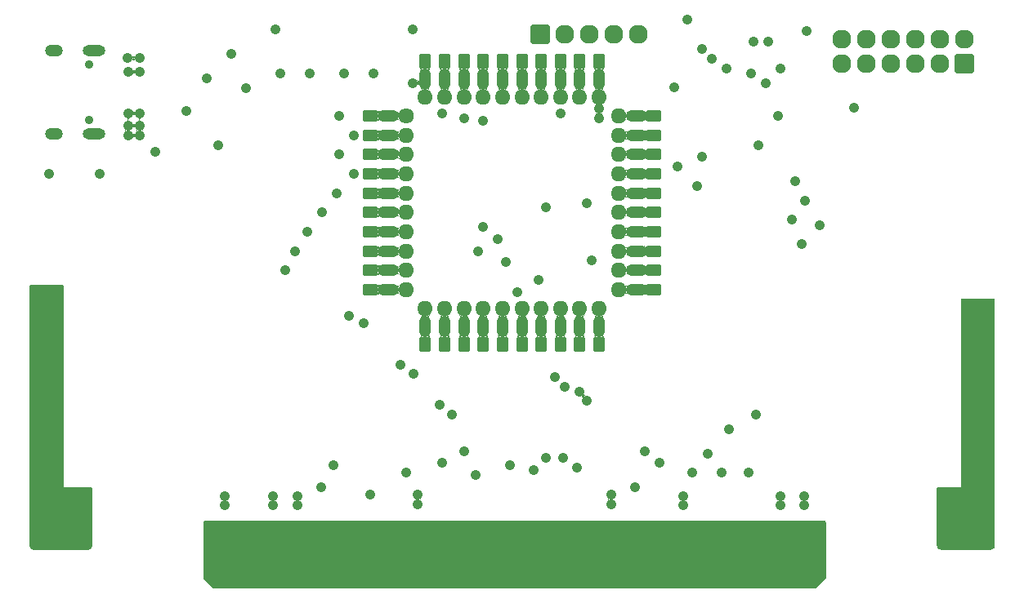
<source format=gbs>
G04 #@! TF.GenerationSoftware,KiCad,Pcbnew,(6.0.5)*
G04 #@! TF.CreationDate,2022-06-22T00:44:10+02:00*
G04 #@! TF.ProjectId,picocart64_v1,7069636f-6361-4727-9436-345f76312e6b,rev?*
G04 #@! TF.SameCoordinates,Original*
G04 #@! TF.FileFunction,Soldermask,Bot*
G04 #@! TF.FilePolarity,Negative*
%FSLAX46Y46*%
G04 Gerber Fmt 4.6, Leading zero omitted, Abs format (unit mm)*
G04 Created by KiCad (PCBNEW (6.0.5)) date 2022-06-22 00:44:10*
%MOMM*%
%LPD*%
G01*
G04 APERTURE LIST*
G04 Aperture macros list*
%AMRoundRect*
0 Rectangle with rounded corners*
0 $1 Rounding radius*
0 $2 $3 $4 $5 $6 $7 $8 $9 X,Y pos of 4 corners*
0 Add a 4 corners polygon primitive as box body*
4,1,4,$2,$3,$4,$5,$6,$7,$8,$9,$2,$3,0*
0 Add four circle primitives for the rounded corners*
1,1,$1+$1,$2,$3*
1,1,$1+$1,$4,$5*
1,1,$1+$1,$6,$7*
1,1,$1+$1,$8,$9*
0 Add four rect primitives between the rounded corners*
20,1,$1+$1,$2,$3,$4,$5,0*
20,1,$1+$1,$4,$5,$6,$7,0*
20,1,$1+$1,$6,$7,$8,$9,0*
20,1,$1+$1,$8,$9,$2,$3,0*%
G04 Aperture macros list end*
%ADD10C,1.610000*%
%ADD11RoundRect,0.130000X-0.650000X-0.450000X0.650000X-0.450000X0.650000X0.450000X-0.650000X0.450000X0*%
%ADD12O,2.260000X1.210000*%
%ADD13O,1.610000X1.610000*%
%ADD14RoundRect,0.130000X0.450000X-0.650000X0.450000X0.650000X-0.450000X0.650000X-0.450000X-0.650000X0*%
%ADD15O,1.210000X2.260000*%
%ADD16RoundRect,0.130000X0.650000X0.450000X-0.650000X0.450000X-0.650000X-0.450000X0.650000X-0.450000X0*%
%ADD17RoundRect,0.130000X-0.450000X0.650000X-0.450000X-0.650000X0.450000X-0.650000X0.450000X0.650000X0*%
%ADD18C,2.760000*%
%ADD19RoundRect,0.130000X0.850000X-0.850000X0.850000X0.850000X-0.850000X0.850000X-0.850000X-0.850000X0*%
%ADD20O,1.960000X1.960000*%
%ADD21C,0.910000*%
%ADD22O,2.360000X1.160000*%
%ADD23O,1.860000X1.260000*%
%ADD24RoundRect,0.130000X-0.850000X0.850000X-0.850000X-0.850000X0.850000X-0.850000X0.850000X0.850000X0*%
%ADD25C,1.060000*%
G04 APERTURE END LIST*
D10*
X139000000Y-71000000D03*
D11*
X135300000Y-71000000D03*
D12*
X137150000Y-71000000D03*
D13*
X139000000Y-73000000D03*
D12*
X137150000Y-73000000D03*
D11*
X135300000Y-73000000D03*
D12*
X137150000Y-75000000D03*
D13*
X139000000Y-75000000D03*
D11*
X135300000Y-75000000D03*
D13*
X139000000Y-77000000D03*
D12*
X137150000Y-77000000D03*
D11*
X135300000Y-77000000D03*
X135300000Y-79000000D03*
D12*
X137150000Y-79000000D03*
D13*
X139000000Y-79000000D03*
X139000000Y-81000000D03*
D11*
X135300000Y-81000000D03*
D12*
X137150000Y-81000000D03*
X137150000Y-83000000D03*
D13*
X139000000Y-83000000D03*
D11*
X135300000Y-83000000D03*
D13*
X139000000Y-85000000D03*
D12*
X137150000Y-85000000D03*
D11*
X135300000Y-85000000D03*
D12*
X137150000Y-87000000D03*
D11*
X135300000Y-87000000D03*
D13*
X139000000Y-87000000D03*
X139000000Y-89000000D03*
D12*
X137150000Y-89000000D03*
D11*
X135300000Y-89000000D03*
D14*
X141000000Y-94700000D03*
D13*
X141000000Y-91000000D03*
D15*
X141000000Y-92850000D03*
D13*
X143000000Y-91000000D03*
D15*
X143000000Y-92850000D03*
D14*
X143000000Y-94700000D03*
D13*
X145000000Y-91000000D03*
D14*
X145000000Y-94700000D03*
D15*
X145000000Y-92850000D03*
D14*
X147000000Y-94700000D03*
D13*
X147000000Y-91000000D03*
D15*
X147000000Y-92850000D03*
D14*
X149000000Y-94700000D03*
D13*
X149000000Y-91000000D03*
D15*
X149000000Y-92850000D03*
D13*
X151000000Y-91000000D03*
D14*
X151000000Y-94700000D03*
D15*
X151000000Y-92850000D03*
D13*
X153000000Y-91000000D03*
D14*
X153000000Y-94700000D03*
D15*
X153000000Y-92850000D03*
D14*
X155000000Y-94700000D03*
D15*
X155000000Y-92850000D03*
D13*
X155000000Y-91000000D03*
D15*
X157000000Y-92850000D03*
D14*
X157000000Y-94700000D03*
D13*
X157000000Y-91000000D03*
D14*
X159000000Y-94700000D03*
D13*
X159000000Y-91000000D03*
D15*
X159000000Y-92850000D03*
D13*
X161000000Y-89000000D03*
D16*
X164700000Y-89000000D03*
D12*
X162850000Y-89000000D03*
D13*
X161000000Y-87000000D03*
D16*
X164700000Y-87000000D03*
D12*
X162850000Y-87000000D03*
D13*
X161000000Y-85000000D03*
D16*
X164700000Y-85000000D03*
D12*
X162850000Y-85000000D03*
D13*
X161000000Y-83000000D03*
D16*
X164700000Y-83000000D03*
D12*
X162850000Y-83000000D03*
D16*
X164700000Y-81000000D03*
D13*
X161000000Y-81000000D03*
D12*
X162850000Y-81000000D03*
D16*
X164700000Y-79000000D03*
D12*
X162850000Y-79000000D03*
D13*
X161000000Y-79000000D03*
X161000000Y-77000000D03*
D16*
X164700000Y-77000000D03*
D12*
X162850000Y-77000000D03*
D13*
X161000000Y-75000000D03*
D16*
X164700000Y-75000000D03*
D12*
X162850000Y-75000000D03*
D13*
X161000000Y-73000000D03*
D16*
X164700000Y-73000000D03*
D12*
X162850000Y-73000000D03*
D16*
X164700000Y-71000000D03*
D12*
X162850000Y-71000000D03*
D13*
X161000000Y-71000000D03*
D17*
X159000000Y-65300000D03*
D13*
X159000000Y-69000000D03*
D15*
X159000000Y-67150000D03*
X157000000Y-67150000D03*
D17*
X157000000Y-65300000D03*
D13*
X157000000Y-69000000D03*
X155000000Y-69000000D03*
D17*
X155000000Y-65300000D03*
D15*
X155000000Y-67150000D03*
D13*
X153000000Y-69000000D03*
D15*
X153000000Y-67150000D03*
D17*
X153000000Y-65300000D03*
X151000000Y-65300000D03*
D13*
X151000000Y-69000000D03*
D15*
X151000000Y-67150000D03*
X149000000Y-67150000D03*
D13*
X149000000Y-69000000D03*
D17*
X149000000Y-65300000D03*
D13*
X147000000Y-69000000D03*
D15*
X147000000Y-67150000D03*
D17*
X147000000Y-65300000D03*
X145000000Y-65300000D03*
D15*
X145000000Y-67150000D03*
D13*
X145000000Y-69000000D03*
D17*
X143000000Y-65300000D03*
D13*
X143000000Y-69000000D03*
D15*
X143000000Y-67150000D03*
D17*
X141000000Y-65300000D03*
D15*
X141000000Y-67150000D03*
D13*
X141000000Y-69000000D03*
D18*
X102850000Y-112600000D03*
X197650000Y-112600000D03*
D19*
X152913000Y-62484000D03*
D20*
X155453000Y-62484000D03*
X157993000Y-62484000D03*
X160533000Y-62484000D03*
X163073000Y-62484000D03*
D21*
X106204000Y-71405000D03*
X106204000Y-65625000D03*
D22*
X106704000Y-64195000D03*
D23*
X102524000Y-64195000D03*
D22*
X106704000Y-72835000D03*
D23*
X102524000Y-72835000D03*
D24*
X196825000Y-65569000D03*
D20*
X196825000Y-63029000D03*
X194285000Y-65569000D03*
X194285000Y-63029000D03*
X191745000Y-65569000D03*
X191745000Y-63029000D03*
X189205000Y-65569000D03*
X189205000Y-63029000D03*
X186665000Y-65569000D03*
X186665000Y-63029000D03*
X184125000Y-65569000D03*
X184125000Y-63029000D03*
D25*
X110200000Y-73001800D03*
X110200000Y-72001800D03*
X111400000Y-72001800D03*
X111400000Y-73001800D03*
X102108000Y-105156000D03*
X180250000Y-111350000D03*
X180250000Y-110400000D03*
X177750000Y-111350000D03*
X177750000Y-110400000D03*
X167750000Y-110400000D03*
X167750000Y-111350000D03*
X127750000Y-111350000D03*
X127750000Y-110400000D03*
X125250000Y-110400000D03*
X125250000Y-111350000D03*
X120250000Y-111350000D03*
X120250000Y-110400000D03*
X198000000Y-108000000D03*
X159000000Y-70250000D03*
X122428000Y-68072000D03*
X110179000Y-65001800D03*
X159000000Y-71250000D03*
X107250000Y-77000000D03*
X111379000Y-65001800D03*
X129032000Y-66548000D03*
X168148000Y-60960000D03*
X120904000Y-64516000D03*
X132588000Y-66548000D03*
X198000000Y-109000000D03*
X180500000Y-62172300D03*
X177500000Y-71000000D03*
X166750000Y-68000000D03*
X118364000Y-67056000D03*
X125984000Y-66548000D03*
X125476000Y-61976000D03*
X102000000Y-77000000D03*
X176500000Y-63250000D03*
X102108000Y-106680000D03*
X135636000Y-66548000D03*
X113000000Y-74750000D03*
X174752000Y-66548000D03*
X148500000Y-83750000D03*
X157734000Y-80010000D03*
X138430000Y-96774000D03*
X179324000Y-77724000D03*
X142500000Y-101000000D03*
X150500000Y-89250000D03*
X160241000Y-110259000D03*
X119500000Y-74000000D03*
X140241000Y-110259000D03*
X140241000Y-111259000D03*
X160241000Y-111252000D03*
X139750000Y-97750000D03*
X179000000Y-81750000D03*
X135250000Y-110250000D03*
X158250000Y-86000000D03*
X149352000Y-86106000D03*
X143750000Y-102000000D03*
X152750000Y-88000000D03*
X139000000Y-108000000D03*
X116250000Y-70500000D03*
X155000000Y-70750000D03*
X132080000Y-71000000D03*
X175250000Y-102000000D03*
X172500000Y-103500000D03*
X133604000Y-73000000D03*
X170250000Y-106045000D03*
X132080000Y-75000000D03*
X165250000Y-107000000D03*
X133604000Y-77000000D03*
X155250000Y-106500000D03*
X131826000Y-78994000D03*
X152250000Y-107750000D03*
X130302000Y-81000000D03*
X128778000Y-83000000D03*
X145000000Y-105750000D03*
X127508000Y-85000000D03*
X142750000Y-107000000D03*
X126500000Y-87000000D03*
X146250000Y-108204000D03*
X149750000Y-107250000D03*
X153500000Y-106500000D03*
X163750000Y-105750000D03*
X168656000Y-107950000D03*
X171704000Y-107950000D03*
X174498000Y-107950000D03*
X162750000Y-109500000D03*
X154432000Y-98044000D03*
X156750000Y-107500000D03*
X155448000Y-99060000D03*
X156972000Y-99568000D03*
X157750000Y-100500000D03*
X146500000Y-85000000D03*
X134620000Y-92456000D03*
X131500000Y-107250000D03*
X147000000Y-71500000D03*
X145000000Y-71250000D03*
X142750000Y-70750000D03*
X139700000Y-67564000D03*
X139700000Y-61976000D03*
X133096000Y-91694000D03*
X147000000Y-82500000D03*
X130250000Y-109500000D03*
X153500000Y-80500000D03*
X180000000Y-84250000D03*
X110200000Y-66401800D03*
X111400000Y-70701800D03*
X110200000Y-70701800D03*
X111400000Y-66401800D03*
X167132000Y-76250000D03*
X175006000Y-63250000D03*
X177800000Y-66040000D03*
X175500000Y-74000000D03*
X185420000Y-70104000D03*
X176276000Y-67564000D03*
X169672000Y-75184000D03*
X170688000Y-65024000D03*
X180340000Y-79756000D03*
X172212000Y-66040000D03*
X169164000Y-78232000D03*
X181864000Y-82296000D03*
X169672000Y-64008000D03*
G36*
X103442121Y-88520002D02*
G01*
X103488614Y-88573658D01*
X103500000Y-88626000D01*
X103500000Y-109481885D01*
X103504475Y-109497124D01*
X103505865Y-109498329D01*
X103513548Y-109500000D01*
X103520838Y-109500000D01*
X103588959Y-109520002D01*
X103635452Y-109573658D01*
X103645556Y-109643932D01*
X103616062Y-109708512D01*
X103556336Y-109746896D01*
X103539329Y-109750636D01*
X103531018Y-109751869D01*
X103518709Y-109753081D01*
X103503094Y-109753848D01*
X103496912Y-109754000D01*
X100126000Y-109754000D01*
X100057879Y-109733998D01*
X100011386Y-109680342D01*
X100000000Y-109628000D01*
X100000000Y-88626000D01*
X100020002Y-88557879D01*
X100073658Y-88511386D01*
X100126000Y-88500000D01*
X103374000Y-88500000D01*
X103442121Y-88520002D01*
G37*
G36*
X199942121Y-90020002D02*
G01*
X199988614Y-90073658D01*
X200000000Y-90126000D01*
X200000000Y-109628000D01*
X199979998Y-109696121D01*
X199926342Y-109742614D01*
X199874000Y-109754000D01*
X196503088Y-109754000D01*
X196496906Y-109753848D01*
X196481291Y-109753081D01*
X196468982Y-109751869D01*
X196460671Y-109750636D01*
X196396223Y-109720854D01*
X196358108Y-109660956D01*
X196358426Y-109589960D01*
X196397077Y-109530407D01*
X196461790Y-109501203D01*
X196479162Y-109500000D01*
X196481885Y-109500000D01*
X196497124Y-109495525D01*
X196498329Y-109494135D01*
X196500000Y-109486452D01*
X196500000Y-90126000D01*
X196520002Y-90057879D01*
X196573658Y-90011386D01*
X196626000Y-90000000D01*
X199874000Y-90000000D01*
X199942121Y-90020002D01*
G37*
G36*
X182442121Y-113020002D02*
G01*
X182488614Y-113073658D01*
X182500000Y-113126000D01*
X182500000Y-118947810D01*
X182479998Y-119015931D01*
X182463095Y-119036905D01*
X181536905Y-119963095D01*
X181474593Y-119997121D01*
X181447810Y-120000000D01*
X119052190Y-120000000D01*
X118984069Y-119979998D01*
X118963095Y-119963095D01*
X118036905Y-119036905D01*
X118002879Y-118974593D01*
X118000000Y-118947810D01*
X118000000Y-113126000D01*
X118020002Y-113057879D01*
X118073658Y-113011386D01*
X118126000Y-113000000D01*
X182374000Y-113000000D01*
X182442121Y-113020002D01*
G37*
G36*
X199942121Y-109266002D02*
G01*
X199988614Y-109319658D01*
X200000000Y-109372000D01*
X200000000Y-115491742D01*
X199998922Y-115508188D01*
X199985128Y-115612963D01*
X199976615Y-115644735D01*
X199939361Y-115734674D01*
X199922914Y-115763160D01*
X199863651Y-115840393D01*
X199840393Y-115863651D01*
X199763160Y-115922914D01*
X199734674Y-115939361D01*
X199644735Y-115976615D01*
X199612963Y-115985128D01*
X199508188Y-115998922D01*
X199491742Y-116000000D01*
X194508258Y-116000000D01*
X194491812Y-115998922D01*
X194387037Y-115985128D01*
X194355265Y-115976615D01*
X194265326Y-115939361D01*
X194236840Y-115922914D01*
X194159607Y-115863651D01*
X194136349Y-115840393D01*
X194077086Y-115763160D01*
X194060639Y-115734674D01*
X194023385Y-115644735D01*
X194014872Y-115612963D01*
X194001078Y-115508188D01*
X194000000Y-115491742D01*
X194000000Y-109626000D01*
X194020002Y-109557879D01*
X194073658Y-109511386D01*
X194126000Y-109500000D01*
X196481885Y-109500000D01*
X196497124Y-109495525D01*
X196498329Y-109494135D01*
X196500000Y-109486452D01*
X196500000Y-109372000D01*
X196520002Y-109303879D01*
X196573658Y-109257386D01*
X196626000Y-109246000D01*
X199874000Y-109246000D01*
X199942121Y-109266002D01*
G37*
G36*
X103442121Y-109266002D02*
G01*
X103488614Y-109319658D01*
X103500000Y-109372000D01*
X103500000Y-109481885D01*
X103504475Y-109497124D01*
X103505865Y-109498329D01*
X103513548Y-109500000D01*
X106374000Y-109500000D01*
X106442121Y-109520002D01*
X106488614Y-109573658D01*
X106500000Y-109626000D01*
X106500000Y-115491742D01*
X106498922Y-115508188D01*
X106485128Y-115612963D01*
X106476615Y-115644735D01*
X106439361Y-115734674D01*
X106422914Y-115763160D01*
X106363651Y-115840393D01*
X106340393Y-115863651D01*
X106263160Y-115922914D01*
X106234674Y-115939361D01*
X106144735Y-115976615D01*
X106112963Y-115985128D01*
X106008188Y-115998922D01*
X105991742Y-116000000D01*
X100508258Y-116000000D01*
X100491812Y-115998922D01*
X100387037Y-115985128D01*
X100355265Y-115976615D01*
X100265326Y-115939361D01*
X100236840Y-115922914D01*
X100159607Y-115863651D01*
X100136349Y-115840393D01*
X100077086Y-115763160D01*
X100060639Y-115734674D01*
X100023385Y-115644735D01*
X100014872Y-115612963D01*
X100001078Y-115508188D01*
X100000000Y-115491742D01*
X100000000Y-109372000D01*
X100020002Y-109303879D01*
X100073658Y-109257386D01*
X100126000Y-109246000D01*
X103374000Y-109246000D01*
X103442121Y-109266002D01*
G37*
G36*
X182480771Y-112993068D02*
G01*
X182499430Y-112998068D01*
X182500718Y-112999356D01*
X182501000Y-112999356D01*
X182501932Y-113000570D01*
X182506932Y-113019231D01*
X182507000Y-113019749D01*
X182507000Y-118980253D01*
X182506932Y-118980771D01*
X182501932Y-118999432D01*
X182501510Y-118999854D01*
X182501535Y-118999879D01*
X182501535Y-119000915D01*
X182499000Y-119010375D01*
X182498654Y-119011075D01*
X182498167Y-119011709D01*
X182497995Y-119011905D01*
X181518916Y-119990984D01*
X181518502Y-119991302D01*
X181501769Y-120000963D01*
X181501169Y-120000963D01*
X181501169Y-120001000D01*
X181500437Y-120001732D01*
X181491957Y-120006628D01*
X181491219Y-120006879D01*
X181490431Y-120006983D01*
X181490169Y-120007000D01*
X119019749Y-120007000D01*
X119019231Y-120006932D01*
X119000571Y-120001932D01*
X119000146Y-120001507D01*
X119000119Y-120001533D01*
X118999083Y-120001533D01*
X118989625Y-119998999D01*
X118988926Y-119998654D01*
X118988290Y-119998166D01*
X118988093Y-119997993D01*
X118009016Y-119018916D01*
X118008698Y-119018502D01*
X117999037Y-119001769D01*
X117999037Y-119001169D01*
X117999000Y-119001169D01*
X117998268Y-119000437D01*
X117997599Y-118999279D01*
X118002000Y-118999279D01*
X118002183Y-118999355D01*
X119000904Y-119998076D01*
X119001089Y-119998000D01*
X181499279Y-119998000D01*
X181499355Y-119997817D01*
X182498076Y-118999096D01*
X182498000Y-118998914D01*
X182498000Y-113002000D01*
X118002000Y-113002000D01*
X118002000Y-118999279D01*
X117997599Y-118999279D01*
X117993372Y-118991957D01*
X117993121Y-118991219D01*
X117993017Y-118990431D01*
X117993000Y-118990169D01*
X117993000Y-113019749D01*
X117993068Y-113019231D01*
X117998068Y-113000570D01*
X117999356Y-112999282D01*
X117999356Y-112999000D01*
X118000570Y-112998068D01*
X118019231Y-112993068D01*
X118019749Y-112993000D01*
X182480253Y-112993000D01*
X182480771Y-112993068D01*
G37*
G36*
X199980771Y-89993068D02*
G01*
X199999430Y-89998068D01*
X200000718Y-89999356D01*
X200001000Y-89999356D01*
X200001932Y-90000570D01*
X200006932Y-90019231D01*
X200007000Y-90019749D01*
X200007000Y-115495088D01*
X200006996Y-115495219D01*
X200006312Y-115505649D01*
X200006299Y-115505779D01*
X199991186Y-115620576D01*
X199991135Y-115620833D01*
X199985751Y-115640926D01*
X199985667Y-115641173D01*
X199943243Y-115743595D01*
X199943127Y-115743830D01*
X199932727Y-115761842D01*
X199932582Y-115762060D01*
X199865089Y-115850018D01*
X199864916Y-115850214D01*
X199850214Y-115864916D01*
X199850018Y-115865089D01*
X199762060Y-115932582D01*
X199761842Y-115932727D01*
X199743830Y-115943127D01*
X199743595Y-115943243D01*
X199641173Y-115985667D01*
X199640926Y-115985751D01*
X199620833Y-115991135D01*
X199620576Y-115991186D01*
X199505779Y-116006299D01*
X199505649Y-116006312D01*
X199495219Y-116006996D01*
X199495088Y-116007000D01*
X194504912Y-116007000D01*
X194504781Y-116006996D01*
X194494351Y-116006312D01*
X194494221Y-116006299D01*
X194379424Y-115991186D01*
X194379167Y-115991135D01*
X194359074Y-115985751D01*
X194358827Y-115985667D01*
X194256405Y-115943243D01*
X194256170Y-115943127D01*
X194238158Y-115932727D01*
X194237940Y-115932582D01*
X194149982Y-115865089D01*
X194149786Y-115864916D01*
X194135084Y-115850214D01*
X194134911Y-115850018D01*
X194067418Y-115762060D01*
X194067273Y-115761842D01*
X194056873Y-115743830D01*
X194056757Y-115743595D01*
X194014333Y-115641173D01*
X194014249Y-115640926D01*
X194008865Y-115620833D01*
X194008814Y-115620576D01*
X193993701Y-115505779D01*
X193993688Y-115505649D01*
X193993309Y-115499868D01*
X194002000Y-115499868D01*
X194018986Y-115628888D01*
X194068733Y-115748990D01*
X194147874Y-115852126D01*
X194251010Y-115931267D01*
X194371112Y-115981014D01*
X194500132Y-115998000D01*
X199499868Y-115998000D01*
X199628888Y-115981014D01*
X199748990Y-115931267D01*
X199852126Y-115852126D01*
X199931267Y-115748990D01*
X199981014Y-115628888D01*
X199998000Y-115499868D01*
X199998000Y-90002000D01*
X196502000Y-90002000D01*
X196502000Y-109500000D01*
X196501000Y-109501732D01*
X196500000Y-109502000D01*
X194002000Y-109502000D01*
X194002000Y-115499868D01*
X193993309Y-115499868D01*
X193993004Y-115495219D01*
X193993000Y-115495088D01*
X193993000Y-109519749D01*
X193993068Y-109519231D01*
X193998068Y-109500570D01*
X193999356Y-109499282D01*
X193999356Y-109499000D01*
X194000570Y-109498068D01*
X194019231Y-109493068D01*
X194019749Y-109493000D01*
X196344737Y-109493000D01*
X196418967Y-109473110D01*
X196473110Y-109418967D01*
X196493000Y-109344737D01*
X196493000Y-90019749D01*
X196493068Y-90019231D01*
X196498068Y-90000570D01*
X196499356Y-89999282D01*
X196499356Y-89999000D01*
X196500570Y-89998068D01*
X196519231Y-89993068D01*
X196519749Y-89993000D01*
X199980253Y-89993000D01*
X199980771Y-89993068D01*
G37*
G36*
X103480771Y-88493068D02*
G01*
X103499430Y-88498068D01*
X103500718Y-88499356D01*
X103501000Y-88499356D01*
X103501932Y-88500570D01*
X103506932Y-88519231D01*
X103507000Y-88519749D01*
X103507000Y-109344737D01*
X103526890Y-109418967D01*
X103581034Y-109473110D01*
X103655263Y-109493000D01*
X106480253Y-109493000D01*
X106480771Y-109493068D01*
X106499430Y-109498068D01*
X106500718Y-109499356D01*
X106501000Y-109499356D01*
X106501932Y-109500570D01*
X106506932Y-109519231D01*
X106507000Y-109519749D01*
X106507000Y-115495088D01*
X106506996Y-115495219D01*
X106506312Y-115505649D01*
X106506299Y-115505779D01*
X106491186Y-115620576D01*
X106491135Y-115620833D01*
X106485751Y-115640926D01*
X106485667Y-115641173D01*
X106443243Y-115743595D01*
X106443127Y-115743830D01*
X106432727Y-115761842D01*
X106432582Y-115762060D01*
X106365089Y-115850018D01*
X106364916Y-115850214D01*
X106350214Y-115864916D01*
X106350018Y-115865089D01*
X106262060Y-115932582D01*
X106261842Y-115932727D01*
X106243830Y-115943127D01*
X106243595Y-115943243D01*
X106141173Y-115985667D01*
X106140926Y-115985751D01*
X106120833Y-115991135D01*
X106120576Y-115991186D01*
X106005779Y-116006299D01*
X106005649Y-116006312D01*
X105995219Y-116006996D01*
X105995088Y-116007000D01*
X100504912Y-116007000D01*
X100504781Y-116006996D01*
X100494351Y-116006312D01*
X100494221Y-116006299D01*
X100379424Y-115991186D01*
X100379167Y-115991135D01*
X100359074Y-115985751D01*
X100358827Y-115985667D01*
X100256405Y-115943243D01*
X100256170Y-115943127D01*
X100238158Y-115932727D01*
X100237940Y-115932582D01*
X100149982Y-115865089D01*
X100149786Y-115864916D01*
X100135084Y-115850214D01*
X100134911Y-115850018D01*
X100067418Y-115762060D01*
X100067273Y-115761842D01*
X100056873Y-115743830D01*
X100056757Y-115743595D01*
X100014333Y-115641173D01*
X100014249Y-115640926D01*
X100008865Y-115620833D01*
X100008814Y-115620576D01*
X99993701Y-115505779D01*
X99993688Y-115505649D01*
X99993309Y-115499868D01*
X100002000Y-115499868D01*
X100018986Y-115628888D01*
X100068733Y-115748990D01*
X100147874Y-115852126D01*
X100251010Y-115931267D01*
X100371112Y-115981014D01*
X100500132Y-115998000D01*
X105999868Y-115998000D01*
X106128888Y-115981014D01*
X106248990Y-115931267D01*
X106352126Y-115852126D01*
X106431267Y-115748990D01*
X106481014Y-115628888D01*
X106498000Y-115499868D01*
X106498000Y-109502000D01*
X103500000Y-109502000D01*
X103498268Y-109501000D01*
X103498000Y-109500000D01*
X103498000Y-88502000D01*
X100002000Y-88502000D01*
X100002000Y-115499868D01*
X99993309Y-115499868D01*
X99993004Y-115495219D01*
X99993000Y-115495088D01*
X99993000Y-88519749D01*
X99993068Y-88519231D01*
X99998068Y-88500570D01*
X99999356Y-88499282D01*
X99999356Y-88499000D01*
X100000570Y-88498068D01*
X100019231Y-88493068D01*
X100019749Y-88493000D01*
X103480253Y-88493000D01*
X103480771Y-88493068D01*
G37*
G36*
X139900220Y-110657324D02*
G01*
X139977010Y-110716247D01*
X140075763Y-110757152D01*
X140076981Y-110758739D01*
X140076216Y-110760587D01*
X140075763Y-110760848D01*
X139977010Y-110801753D01*
X139891097Y-110867676D01*
X139889114Y-110867937D01*
X139887896Y-110866350D01*
X139888219Y-110864974D01*
X139927289Y-110806830D01*
X139932498Y-110730435D01*
X139898715Y-110661477D01*
X139897573Y-110660310D01*
X139897076Y-110658373D01*
X139898505Y-110656974D01*
X139900220Y-110657324D01*
G37*
G36*
X159897826Y-110655487D02*
G01*
X159977010Y-110716247D01*
X160067314Y-110753652D01*
X160068532Y-110755239D01*
X160067767Y-110757087D01*
X160067314Y-110757348D01*
X159977010Y-110794753D01*
X159887740Y-110863252D01*
X159885757Y-110863513D01*
X159884539Y-110861926D01*
X159884862Y-110860549D01*
X159923362Y-110803257D01*
X159928570Y-110726863D01*
X159894812Y-110657954D01*
X159894948Y-110655958D01*
X159896744Y-110655079D01*
X159897826Y-110655487D01*
G37*
G36*
X140595406Y-110650651D02*
G01*
X140595071Y-110652045D01*
X140555373Y-110709806D01*
X140549366Y-110786144D01*
X140582419Y-110855441D01*
X140585209Y-110858290D01*
X140585706Y-110860227D01*
X140584277Y-110861626D01*
X140582562Y-110861276D01*
X140504990Y-110801753D01*
X140406237Y-110760848D01*
X140405019Y-110759261D01*
X140405784Y-110757413D01*
X140406237Y-110757152D01*
X140504990Y-110716247D01*
X140592205Y-110649325D01*
X140594188Y-110649064D01*
X140595406Y-110650651D01*
G37*
G36*
X160598910Y-110647962D02*
G01*
X160598575Y-110649356D01*
X160559385Y-110706380D01*
X160553377Y-110782718D01*
X160586429Y-110852012D01*
X160587265Y-110852866D01*
X160587762Y-110854803D01*
X160586334Y-110856203D01*
X160584618Y-110855853D01*
X160504990Y-110794753D01*
X160414686Y-110757348D01*
X160413468Y-110755761D01*
X160414233Y-110753913D01*
X160414686Y-110753652D01*
X160504990Y-110716247D01*
X160595709Y-110646636D01*
X160597692Y-110646375D01*
X160598910Y-110647962D01*
G37*
G36*
X157450761Y-99787889D02*
G01*
X157451160Y-99789347D01*
X157441959Y-99865381D01*
X157472003Y-99935816D01*
X157533235Y-99981791D01*
X157603017Y-99990236D01*
X157604617Y-99991437D01*
X157604376Y-99993423D01*
X157603542Y-99994070D01*
X157486010Y-100042753D01*
X157376660Y-100126660D01*
X157292753Y-100236010D01*
X157271409Y-100287539D01*
X157269822Y-100288757D01*
X157267974Y-100287992D01*
X157267698Y-100286047D01*
X157270974Y-100277646D01*
X157279407Y-100201263D01*
X157248630Y-100131148D01*
X157186917Y-100085815D01*
X157117955Y-100078201D01*
X157116343Y-100077017D01*
X157116562Y-100075029D01*
X157117409Y-100074365D01*
X157235990Y-100025247D01*
X157345340Y-99941340D01*
X157429247Y-99831990D01*
X157447326Y-99788342D01*
X157448913Y-99787124D01*
X157450761Y-99787889D01*
G37*
G36*
X153511436Y-93695446D02*
G01*
X153511369Y-93697121D01*
X153504268Y-93711027D01*
X153504011Y-93711412D01*
X153494582Y-93722511D01*
X153461681Y-93791957D01*
X153467891Y-93868279D01*
X153505359Y-93922491D01*
X153505521Y-93924484D01*
X153505130Y-93925041D01*
X153505046Y-93925125D01*
X153523076Y-93943124D01*
X153523595Y-93945055D01*
X153522182Y-93946470D01*
X153520552Y-93946202D01*
X153498970Y-93931781D01*
X153449801Y-93922000D01*
X153251669Y-93922000D01*
X153249937Y-93921000D01*
X153249937Y-93919000D01*
X153250904Y-93918152D01*
X153301490Y-93897199D01*
X153426373Y-93801373D01*
X153508001Y-93694993D01*
X153509849Y-93694228D01*
X153511436Y-93695446D01*
G37*
G36*
X159511436Y-93695446D02*
G01*
X159511369Y-93697121D01*
X159504268Y-93711027D01*
X159504011Y-93711412D01*
X159494582Y-93722511D01*
X159461681Y-93791957D01*
X159467891Y-93868279D01*
X159505359Y-93922491D01*
X159505521Y-93924484D01*
X159505130Y-93925041D01*
X159505046Y-93925125D01*
X159523076Y-93943124D01*
X159523595Y-93945055D01*
X159522182Y-93946470D01*
X159520552Y-93946202D01*
X159498970Y-93931781D01*
X159449801Y-93922000D01*
X159251669Y-93922000D01*
X159249937Y-93921000D01*
X159249937Y-93919000D01*
X159250904Y-93918152D01*
X159301490Y-93897199D01*
X159426373Y-93801373D01*
X159508001Y-93694993D01*
X159509849Y-93694228D01*
X159511436Y-93695446D01*
G37*
G36*
X141511436Y-93695446D02*
G01*
X141511369Y-93697121D01*
X141504268Y-93711027D01*
X141504011Y-93711412D01*
X141494582Y-93722511D01*
X141461681Y-93791957D01*
X141467891Y-93868279D01*
X141505359Y-93922491D01*
X141505521Y-93924484D01*
X141505130Y-93925041D01*
X141505046Y-93925125D01*
X141523076Y-93943124D01*
X141523595Y-93945055D01*
X141522182Y-93946470D01*
X141520552Y-93946202D01*
X141498970Y-93931781D01*
X141449801Y-93922000D01*
X141251669Y-93922000D01*
X141249937Y-93921000D01*
X141249937Y-93919000D01*
X141250904Y-93918152D01*
X141301490Y-93897199D01*
X141426373Y-93801373D01*
X141508001Y-93694993D01*
X141509849Y-93694228D01*
X141511436Y-93695446D01*
G37*
G36*
X145511436Y-93695446D02*
G01*
X145511369Y-93697121D01*
X145504268Y-93711027D01*
X145504011Y-93711412D01*
X145494582Y-93722511D01*
X145461681Y-93791957D01*
X145467891Y-93868279D01*
X145505359Y-93922491D01*
X145505521Y-93924484D01*
X145505130Y-93925041D01*
X145505046Y-93925125D01*
X145523076Y-93943124D01*
X145523595Y-93945055D01*
X145522182Y-93946470D01*
X145520552Y-93946202D01*
X145498970Y-93931781D01*
X145449801Y-93922000D01*
X145251669Y-93922000D01*
X145249937Y-93921000D01*
X145249937Y-93919000D01*
X145250904Y-93918152D01*
X145301490Y-93897199D01*
X145426373Y-93801373D01*
X145508001Y-93694993D01*
X145509849Y-93694228D01*
X145511436Y-93695446D01*
G37*
G36*
X149511436Y-93695446D02*
G01*
X149511369Y-93697121D01*
X149504268Y-93711027D01*
X149504011Y-93711412D01*
X149494582Y-93722511D01*
X149461681Y-93791957D01*
X149467891Y-93868279D01*
X149505359Y-93922491D01*
X149505521Y-93924484D01*
X149505130Y-93925041D01*
X149505046Y-93925125D01*
X149523076Y-93943124D01*
X149523595Y-93945055D01*
X149522182Y-93946470D01*
X149520552Y-93946202D01*
X149498970Y-93931781D01*
X149449801Y-93922000D01*
X149251669Y-93922000D01*
X149249937Y-93921000D01*
X149249937Y-93919000D01*
X149250904Y-93918152D01*
X149301490Y-93897199D01*
X149426373Y-93801373D01*
X149508001Y-93694993D01*
X149509849Y-93694228D01*
X149511436Y-93695446D01*
G37*
G36*
X151511436Y-93695446D02*
G01*
X151511369Y-93697121D01*
X151504268Y-93711027D01*
X151504011Y-93711412D01*
X151494582Y-93722511D01*
X151461681Y-93791957D01*
X151467891Y-93868279D01*
X151505359Y-93922491D01*
X151505521Y-93924484D01*
X151505130Y-93925041D01*
X151505046Y-93925125D01*
X151523076Y-93943124D01*
X151523595Y-93945055D01*
X151522182Y-93946470D01*
X151520552Y-93946202D01*
X151498970Y-93931781D01*
X151449801Y-93922000D01*
X151251669Y-93922000D01*
X151249937Y-93921000D01*
X151249937Y-93919000D01*
X151250904Y-93918152D01*
X151301490Y-93897199D01*
X151426373Y-93801373D01*
X151508001Y-93694993D01*
X151509849Y-93694228D01*
X151511436Y-93695446D01*
G37*
G36*
X147511436Y-93695446D02*
G01*
X147511369Y-93697121D01*
X147504268Y-93711027D01*
X147504011Y-93711412D01*
X147494582Y-93722511D01*
X147461681Y-93791957D01*
X147467891Y-93868279D01*
X147505359Y-93922491D01*
X147505521Y-93924484D01*
X147505130Y-93925041D01*
X147505046Y-93925125D01*
X147523076Y-93943124D01*
X147523595Y-93945055D01*
X147522182Y-93946470D01*
X147520552Y-93946202D01*
X147498970Y-93931781D01*
X147449801Y-93922000D01*
X147251669Y-93922000D01*
X147249937Y-93921000D01*
X147249937Y-93919000D01*
X147250904Y-93918152D01*
X147301490Y-93897199D01*
X147426373Y-93801373D01*
X147508001Y-93694993D01*
X147509849Y-93694228D01*
X147511436Y-93695446D01*
G37*
G36*
X155511436Y-93695446D02*
G01*
X155511369Y-93697121D01*
X155504268Y-93711027D01*
X155504011Y-93711412D01*
X155494582Y-93722511D01*
X155461681Y-93791957D01*
X155467891Y-93868279D01*
X155505359Y-93922491D01*
X155505521Y-93924484D01*
X155505130Y-93925041D01*
X155505046Y-93925125D01*
X155523076Y-93943124D01*
X155523595Y-93945055D01*
X155522182Y-93946470D01*
X155520552Y-93946202D01*
X155498970Y-93931781D01*
X155449801Y-93922000D01*
X155251669Y-93922000D01*
X155249937Y-93921000D01*
X155249937Y-93919000D01*
X155250904Y-93918152D01*
X155301490Y-93897199D01*
X155426373Y-93801373D01*
X155508001Y-93694993D01*
X155509849Y-93694228D01*
X155511436Y-93695446D01*
G37*
G36*
X157511436Y-93695446D02*
G01*
X157511369Y-93697121D01*
X157504268Y-93711027D01*
X157504011Y-93711412D01*
X157494582Y-93722511D01*
X157461681Y-93791957D01*
X157467891Y-93868279D01*
X157505359Y-93922491D01*
X157505521Y-93924484D01*
X157505130Y-93925041D01*
X157505046Y-93925125D01*
X157523076Y-93943124D01*
X157523595Y-93945055D01*
X157522182Y-93946470D01*
X157520552Y-93946202D01*
X157498970Y-93931781D01*
X157449801Y-93922000D01*
X157251669Y-93922000D01*
X157249937Y-93921000D01*
X157249937Y-93919000D01*
X157250904Y-93918152D01*
X157301490Y-93897199D01*
X157426373Y-93801373D01*
X157508001Y-93694993D01*
X157509849Y-93694228D01*
X157511436Y-93695446D01*
G37*
G36*
X143511436Y-93695446D02*
G01*
X143511369Y-93697121D01*
X143504268Y-93711027D01*
X143504011Y-93711412D01*
X143494582Y-93722511D01*
X143461681Y-93791957D01*
X143467891Y-93868279D01*
X143505359Y-93922491D01*
X143505521Y-93924484D01*
X143505130Y-93925041D01*
X143505046Y-93925125D01*
X143523076Y-93943124D01*
X143523595Y-93945055D01*
X143522182Y-93946470D01*
X143520552Y-93946202D01*
X143498970Y-93931781D01*
X143449801Y-93922000D01*
X143251669Y-93922000D01*
X143249937Y-93921000D01*
X143249937Y-93919000D01*
X143250904Y-93918152D01*
X143301490Y-93897199D01*
X143426373Y-93801373D01*
X143508001Y-93694993D01*
X143509849Y-93694228D01*
X143511436Y-93695446D01*
G37*
G36*
X142511374Y-93720242D02*
G01*
X142573627Y-93801373D01*
X142698510Y-93897199D01*
X142749096Y-93918152D01*
X142750314Y-93919739D01*
X142749549Y-93921587D01*
X142748331Y-93922000D01*
X142550199Y-93922000D01*
X142501030Y-93931781D01*
X142479269Y-93946321D01*
X142477273Y-93946452D01*
X142476162Y-93944789D01*
X142476743Y-93943245D01*
X142494737Y-93925219D01*
X142493605Y-93924089D01*
X142493086Y-93922158D01*
X142493760Y-93921119D01*
X142513447Y-93905198D01*
X142540935Y-93833729D01*
X142528977Y-93757902D01*
X142517554Y-93736957D01*
X142508114Y-93722557D01*
X142508001Y-93720560D01*
X142509674Y-93719463D01*
X142511374Y-93720242D01*
G37*
G36*
X152511374Y-93720242D02*
G01*
X152573627Y-93801373D01*
X152698510Y-93897199D01*
X152749096Y-93918152D01*
X152750314Y-93919739D01*
X152749549Y-93921587D01*
X152748331Y-93922000D01*
X152550199Y-93922000D01*
X152501030Y-93931781D01*
X152479269Y-93946321D01*
X152477273Y-93946452D01*
X152476162Y-93944789D01*
X152476743Y-93943245D01*
X152494737Y-93925219D01*
X152493605Y-93924089D01*
X152493086Y-93922158D01*
X152493760Y-93921119D01*
X152513447Y-93905198D01*
X152540935Y-93833729D01*
X152528977Y-93757902D01*
X152517554Y-93736957D01*
X152508114Y-93722557D01*
X152508001Y-93720560D01*
X152509674Y-93719463D01*
X152511374Y-93720242D01*
G37*
G36*
X154511374Y-93720242D02*
G01*
X154573627Y-93801373D01*
X154698510Y-93897199D01*
X154749096Y-93918152D01*
X154750314Y-93919739D01*
X154749549Y-93921587D01*
X154748331Y-93922000D01*
X154550199Y-93922000D01*
X154501030Y-93931781D01*
X154479269Y-93946321D01*
X154477273Y-93946452D01*
X154476162Y-93944789D01*
X154476743Y-93943245D01*
X154494737Y-93925219D01*
X154493605Y-93924089D01*
X154493086Y-93922158D01*
X154493760Y-93921119D01*
X154513447Y-93905198D01*
X154540935Y-93833729D01*
X154528977Y-93757902D01*
X154517554Y-93736957D01*
X154508114Y-93722557D01*
X154508001Y-93720560D01*
X154509674Y-93719463D01*
X154511374Y-93720242D01*
G37*
G36*
X150511374Y-93720242D02*
G01*
X150573627Y-93801373D01*
X150698510Y-93897199D01*
X150749096Y-93918152D01*
X150750314Y-93919739D01*
X150749549Y-93921587D01*
X150748331Y-93922000D01*
X150550199Y-93922000D01*
X150501030Y-93931781D01*
X150479269Y-93946321D01*
X150477273Y-93946452D01*
X150476162Y-93944789D01*
X150476743Y-93943245D01*
X150494737Y-93925219D01*
X150493605Y-93924089D01*
X150493086Y-93922158D01*
X150493760Y-93921119D01*
X150513447Y-93905198D01*
X150540935Y-93833729D01*
X150528977Y-93757902D01*
X150517554Y-93736957D01*
X150508114Y-93722557D01*
X150508001Y-93720560D01*
X150509674Y-93719463D01*
X150511374Y-93720242D01*
G37*
G36*
X148511374Y-93720242D02*
G01*
X148573627Y-93801373D01*
X148698510Y-93897199D01*
X148749096Y-93918152D01*
X148750314Y-93919739D01*
X148749549Y-93921587D01*
X148748331Y-93922000D01*
X148550199Y-93922000D01*
X148501030Y-93931781D01*
X148479269Y-93946321D01*
X148477273Y-93946452D01*
X148476162Y-93944789D01*
X148476743Y-93943245D01*
X148494737Y-93925219D01*
X148493605Y-93924089D01*
X148493086Y-93922158D01*
X148493760Y-93921119D01*
X148513447Y-93905198D01*
X148540935Y-93833729D01*
X148528977Y-93757902D01*
X148517554Y-93736957D01*
X148508114Y-93722557D01*
X148508001Y-93720560D01*
X148509674Y-93719463D01*
X148511374Y-93720242D01*
G37*
G36*
X144511374Y-93720242D02*
G01*
X144573627Y-93801373D01*
X144698510Y-93897199D01*
X144749096Y-93918152D01*
X144750314Y-93919739D01*
X144749549Y-93921587D01*
X144748331Y-93922000D01*
X144550199Y-93922000D01*
X144501030Y-93931781D01*
X144479269Y-93946321D01*
X144477273Y-93946452D01*
X144476162Y-93944789D01*
X144476743Y-93943245D01*
X144494737Y-93925219D01*
X144493605Y-93924089D01*
X144493086Y-93922158D01*
X144493760Y-93921119D01*
X144513447Y-93905198D01*
X144540935Y-93833729D01*
X144528977Y-93757902D01*
X144517554Y-93736957D01*
X144508114Y-93722557D01*
X144508001Y-93720560D01*
X144509674Y-93719463D01*
X144511374Y-93720242D01*
G37*
G36*
X146511374Y-93720242D02*
G01*
X146573627Y-93801373D01*
X146698510Y-93897199D01*
X146749096Y-93918152D01*
X146750314Y-93919739D01*
X146749549Y-93921587D01*
X146748331Y-93922000D01*
X146550199Y-93922000D01*
X146501030Y-93931781D01*
X146479269Y-93946321D01*
X146477273Y-93946452D01*
X146476162Y-93944789D01*
X146476743Y-93943245D01*
X146494737Y-93925219D01*
X146493605Y-93924089D01*
X146493086Y-93922158D01*
X146493760Y-93921119D01*
X146513447Y-93905198D01*
X146540935Y-93833729D01*
X146528977Y-93757902D01*
X146517554Y-93736957D01*
X146508114Y-93722557D01*
X146508001Y-93720560D01*
X146509674Y-93719463D01*
X146511374Y-93720242D01*
G37*
G36*
X158511374Y-93720242D02*
G01*
X158573627Y-93801373D01*
X158698510Y-93897199D01*
X158749096Y-93918152D01*
X158750314Y-93919739D01*
X158749549Y-93921587D01*
X158748331Y-93922000D01*
X158550199Y-93922000D01*
X158501030Y-93931781D01*
X158479269Y-93946321D01*
X158477273Y-93946452D01*
X158476162Y-93944789D01*
X158476743Y-93943245D01*
X158494737Y-93925219D01*
X158493605Y-93924089D01*
X158493086Y-93922158D01*
X158493760Y-93921119D01*
X158513447Y-93905198D01*
X158540935Y-93833729D01*
X158528977Y-93757902D01*
X158517554Y-93736957D01*
X158508114Y-93722557D01*
X158508001Y-93720560D01*
X158509674Y-93719463D01*
X158511374Y-93720242D01*
G37*
G36*
X140511374Y-93720242D02*
G01*
X140573627Y-93801373D01*
X140698510Y-93897199D01*
X140749096Y-93918152D01*
X140750314Y-93919739D01*
X140749549Y-93921587D01*
X140748331Y-93922000D01*
X140550199Y-93922000D01*
X140501030Y-93931781D01*
X140479269Y-93946321D01*
X140477273Y-93946452D01*
X140476162Y-93944789D01*
X140476743Y-93943245D01*
X140494737Y-93925219D01*
X140493605Y-93924089D01*
X140493086Y-93922158D01*
X140493760Y-93921119D01*
X140513447Y-93905198D01*
X140540935Y-93833729D01*
X140528977Y-93757902D01*
X140517554Y-93736957D01*
X140508114Y-93722557D01*
X140508001Y-93720560D01*
X140509674Y-93719463D01*
X140511374Y-93720242D01*
G37*
G36*
X156511374Y-93720242D02*
G01*
X156573627Y-93801373D01*
X156698510Y-93897199D01*
X156749096Y-93918152D01*
X156750314Y-93919739D01*
X156749549Y-93921587D01*
X156748331Y-93922000D01*
X156550199Y-93922000D01*
X156501030Y-93931781D01*
X156479269Y-93946321D01*
X156477273Y-93946452D01*
X156476162Y-93944789D01*
X156476743Y-93943245D01*
X156494737Y-93925219D01*
X156493605Y-93924089D01*
X156493086Y-93922158D01*
X156493760Y-93921119D01*
X156513447Y-93905198D01*
X156540935Y-93833729D01*
X156528977Y-93757902D01*
X156517554Y-93736957D01*
X156508114Y-93722557D01*
X156508001Y-93720560D01*
X156509674Y-93719463D01*
X156511374Y-93720242D01*
G37*
G36*
X150517871Y-91638157D02*
G01*
X150637951Y-91716735D01*
X150774573Y-91767544D01*
X150775848Y-91769085D01*
X150775151Y-91770960D01*
X150774641Y-91771267D01*
X150698510Y-91802801D01*
X150584586Y-91890217D01*
X150582603Y-91890478D01*
X150581385Y-91888891D01*
X150581561Y-91887774D01*
X150614367Y-91818529D01*
X150608159Y-91742207D01*
X150564525Y-91679074D01*
X150540961Y-91662712D01*
X150540008Y-91662179D01*
X150539688Y-91661956D01*
X150515480Y-91641354D01*
X150514809Y-91639470D01*
X150516105Y-91637947D01*
X150517871Y-91638157D01*
G37*
G36*
X158517871Y-91638157D02*
G01*
X158637951Y-91716735D01*
X158774573Y-91767544D01*
X158775848Y-91769085D01*
X158775151Y-91770960D01*
X158774641Y-91771267D01*
X158698510Y-91802801D01*
X158584586Y-91890217D01*
X158582603Y-91890478D01*
X158581385Y-91888891D01*
X158581561Y-91887774D01*
X158614367Y-91818529D01*
X158608159Y-91742207D01*
X158564525Y-91679074D01*
X158540961Y-91662712D01*
X158540008Y-91662179D01*
X158539688Y-91661956D01*
X158515480Y-91641354D01*
X158514809Y-91639470D01*
X158516105Y-91637947D01*
X158517871Y-91638157D01*
G37*
G36*
X152517871Y-91638157D02*
G01*
X152637951Y-91716735D01*
X152774573Y-91767544D01*
X152775848Y-91769085D01*
X152775151Y-91770960D01*
X152774641Y-91771267D01*
X152698510Y-91802801D01*
X152584586Y-91890217D01*
X152582603Y-91890478D01*
X152581385Y-91888891D01*
X152581561Y-91887774D01*
X152614367Y-91818529D01*
X152608159Y-91742207D01*
X152564525Y-91679074D01*
X152540961Y-91662712D01*
X152540008Y-91662179D01*
X152539688Y-91661956D01*
X152515480Y-91641354D01*
X152514809Y-91639470D01*
X152516105Y-91637947D01*
X152517871Y-91638157D01*
G37*
G36*
X156517871Y-91638157D02*
G01*
X156637951Y-91716735D01*
X156774573Y-91767544D01*
X156775848Y-91769085D01*
X156775151Y-91770960D01*
X156774641Y-91771267D01*
X156698510Y-91802801D01*
X156584586Y-91890217D01*
X156582603Y-91890478D01*
X156581385Y-91888891D01*
X156581561Y-91887774D01*
X156614367Y-91818529D01*
X156608159Y-91742207D01*
X156564525Y-91679074D01*
X156540961Y-91662712D01*
X156540008Y-91662179D01*
X156539688Y-91661956D01*
X156515480Y-91641354D01*
X156514809Y-91639470D01*
X156516105Y-91637947D01*
X156517871Y-91638157D01*
G37*
G36*
X148517871Y-91638157D02*
G01*
X148637951Y-91716735D01*
X148774573Y-91767544D01*
X148775848Y-91769085D01*
X148775151Y-91770960D01*
X148774641Y-91771267D01*
X148698510Y-91802801D01*
X148584586Y-91890217D01*
X148582603Y-91890478D01*
X148581385Y-91888891D01*
X148581561Y-91887774D01*
X148614367Y-91818529D01*
X148608159Y-91742207D01*
X148564525Y-91679074D01*
X148540961Y-91662712D01*
X148540008Y-91662179D01*
X148539688Y-91661956D01*
X148515480Y-91641354D01*
X148514809Y-91639470D01*
X148516105Y-91637947D01*
X148517871Y-91638157D01*
G37*
G36*
X154517871Y-91638157D02*
G01*
X154637951Y-91716735D01*
X154774573Y-91767544D01*
X154775848Y-91769085D01*
X154775151Y-91770960D01*
X154774641Y-91771267D01*
X154698510Y-91802801D01*
X154584586Y-91890217D01*
X154582603Y-91890478D01*
X154581385Y-91888891D01*
X154581561Y-91887774D01*
X154614367Y-91818529D01*
X154608159Y-91742207D01*
X154564525Y-91679074D01*
X154540961Y-91662712D01*
X154540008Y-91662179D01*
X154539688Y-91661956D01*
X154515480Y-91641354D01*
X154514809Y-91639470D01*
X154516105Y-91637947D01*
X154517871Y-91638157D01*
G37*
G36*
X144517871Y-91638157D02*
G01*
X144637951Y-91716735D01*
X144774573Y-91767544D01*
X144775848Y-91769085D01*
X144775151Y-91770960D01*
X144774641Y-91771267D01*
X144698510Y-91802801D01*
X144584586Y-91890217D01*
X144582603Y-91890478D01*
X144581385Y-91888891D01*
X144581561Y-91887774D01*
X144614367Y-91818529D01*
X144608159Y-91742207D01*
X144564525Y-91679074D01*
X144540961Y-91662712D01*
X144540008Y-91662179D01*
X144539688Y-91661956D01*
X144515480Y-91641354D01*
X144514809Y-91639470D01*
X144516105Y-91637947D01*
X144517871Y-91638157D01*
G37*
G36*
X146517871Y-91638157D02*
G01*
X146637951Y-91716735D01*
X146774573Y-91767544D01*
X146775848Y-91769085D01*
X146775151Y-91770960D01*
X146774641Y-91771267D01*
X146698510Y-91802801D01*
X146584586Y-91890217D01*
X146582603Y-91890478D01*
X146581385Y-91888891D01*
X146581561Y-91887774D01*
X146614367Y-91818529D01*
X146608159Y-91742207D01*
X146564525Y-91679074D01*
X146540961Y-91662712D01*
X146540008Y-91662179D01*
X146539688Y-91661956D01*
X146515480Y-91641354D01*
X146514809Y-91639470D01*
X146516105Y-91637947D01*
X146517871Y-91638157D01*
G37*
G36*
X140517871Y-91638157D02*
G01*
X140637951Y-91716735D01*
X140774573Y-91767544D01*
X140775848Y-91769085D01*
X140775151Y-91770960D01*
X140774641Y-91771267D01*
X140698510Y-91802801D01*
X140584586Y-91890217D01*
X140582603Y-91890478D01*
X140581385Y-91888891D01*
X140581561Y-91887774D01*
X140614367Y-91818529D01*
X140608159Y-91742207D01*
X140564525Y-91679074D01*
X140540961Y-91662712D01*
X140540008Y-91662179D01*
X140539688Y-91661956D01*
X140515480Y-91641354D01*
X140514809Y-91639470D01*
X140516105Y-91637947D01*
X140517871Y-91638157D01*
G37*
G36*
X142517871Y-91638157D02*
G01*
X142637951Y-91716735D01*
X142774573Y-91767544D01*
X142775848Y-91769085D01*
X142775151Y-91770960D01*
X142774641Y-91771267D01*
X142698510Y-91802801D01*
X142584586Y-91890217D01*
X142582603Y-91890478D01*
X142581385Y-91888891D01*
X142581561Y-91887774D01*
X142614367Y-91818529D01*
X142608159Y-91742207D01*
X142564525Y-91679074D01*
X142540961Y-91662712D01*
X142540008Y-91662179D01*
X142539688Y-91661956D01*
X142515480Y-91641354D01*
X142514809Y-91639470D01*
X142516105Y-91637947D01*
X142517871Y-91638157D01*
G37*
G36*
X159458000Y-91659481D02*
G01*
X159457231Y-91661085D01*
X159437907Y-91676182D01*
X159391660Y-91737556D01*
X159382328Y-91813558D01*
X159411636Y-91882603D01*
X159411392Y-91884588D01*
X159409551Y-91885369D01*
X159408577Y-91884971D01*
X159301490Y-91802801D01*
X159223006Y-91770292D01*
X159221788Y-91768705D01*
X159222553Y-91766857D01*
X159223153Y-91766542D01*
X159331717Y-91731268D01*
X159454976Y-91657791D01*
X159456976Y-91657763D01*
X159458000Y-91659481D01*
G37*
G36*
X149458000Y-91659481D02*
G01*
X149457231Y-91661085D01*
X149437907Y-91676182D01*
X149391660Y-91737556D01*
X149382328Y-91813558D01*
X149411636Y-91882603D01*
X149411392Y-91884588D01*
X149409551Y-91885369D01*
X149408577Y-91884971D01*
X149301490Y-91802801D01*
X149223006Y-91770292D01*
X149221788Y-91768705D01*
X149222553Y-91766857D01*
X149223153Y-91766542D01*
X149331717Y-91731268D01*
X149454976Y-91657791D01*
X149456976Y-91657763D01*
X149458000Y-91659481D01*
G37*
G36*
X147458000Y-91659481D02*
G01*
X147457231Y-91661085D01*
X147437907Y-91676182D01*
X147391660Y-91737556D01*
X147382328Y-91813558D01*
X147411636Y-91882603D01*
X147411392Y-91884588D01*
X147409551Y-91885369D01*
X147408577Y-91884971D01*
X147301490Y-91802801D01*
X147223006Y-91770292D01*
X147221788Y-91768705D01*
X147222553Y-91766857D01*
X147223153Y-91766542D01*
X147331717Y-91731268D01*
X147454976Y-91657791D01*
X147456976Y-91657763D01*
X147458000Y-91659481D01*
G37*
G36*
X141458000Y-91659481D02*
G01*
X141457231Y-91661085D01*
X141437907Y-91676182D01*
X141391660Y-91737556D01*
X141382328Y-91813558D01*
X141411636Y-91882603D01*
X141411392Y-91884588D01*
X141409551Y-91885369D01*
X141408577Y-91884971D01*
X141301490Y-91802801D01*
X141223006Y-91770292D01*
X141221788Y-91768705D01*
X141222553Y-91766857D01*
X141223153Y-91766542D01*
X141331717Y-91731268D01*
X141454976Y-91657791D01*
X141456976Y-91657763D01*
X141458000Y-91659481D01*
G37*
G36*
X157458000Y-91659481D02*
G01*
X157457231Y-91661085D01*
X157437907Y-91676182D01*
X157391660Y-91737556D01*
X157382328Y-91813558D01*
X157411636Y-91882603D01*
X157411392Y-91884588D01*
X157409551Y-91885369D01*
X157408577Y-91884971D01*
X157301490Y-91802801D01*
X157223006Y-91770292D01*
X157221788Y-91768705D01*
X157222553Y-91766857D01*
X157223153Y-91766542D01*
X157331717Y-91731268D01*
X157454976Y-91657791D01*
X157456976Y-91657763D01*
X157458000Y-91659481D01*
G37*
G36*
X143458000Y-91659481D02*
G01*
X143457231Y-91661085D01*
X143437907Y-91676182D01*
X143391660Y-91737556D01*
X143382328Y-91813558D01*
X143411636Y-91882603D01*
X143411392Y-91884588D01*
X143409551Y-91885369D01*
X143408577Y-91884971D01*
X143301490Y-91802801D01*
X143223006Y-91770292D01*
X143221788Y-91768705D01*
X143222553Y-91766857D01*
X143223153Y-91766542D01*
X143331717Y-91731268D01*
X143454976Y-91657791D01*
X143456976Y-91657763D01*
X143458000Y-91659481D01*
G37*
G36*
X145458000Y-91659481D02*
G01*
X145457231Y-91661085D01*
X145437907Y-91676182D01*
X145391660Y-91737556D01*
X145382328Y-91813558D01*
X145411636Y-91882603D01*
X145411392Y-91884588D01*
X145409551Y-91885369D01*
X145408577Y-91884971D01*
X145301490Y-91802801D01*
X145223006Y-91770292D01*
X145221788Y-91768705D01*
X145222553Y-91766857D01*
X145223153Y-91766542D01*
X145331717Y-91731268D01*
X145454976Y-91657791D01*
X145456976Y-91657763D01*
X145458000Y-91659481D01*
G37*
G36*
X153458000Y-91659481D02*
G01*
X153457231Y-91661085D01*
X153437907Y-91676182D01*
X153391660Y-91737556D01*
X153382328Y-91813558D01*
X153411636Y-91882603D01*
X153411392Y-91884588D01*
X153409551Y-91885369D01*
X153408577Y-91884971D01*
X153301490Y-91802801D01*
X153223006Y-91770292D01*
X153221788Y-91768705D01*
X153222553Y-91766857D01*
X153223153Y-91766542D01*
X153331717Y-91731268D01*
X153454976Y-91657791D01*
X153456976Y-91657763D01*
X153458000Y-91659481D01*
G37*
G36*
X151458000Y-91659481D02*
G01*
X151457231Y-91661085D01*
X151437907Y-91676182D01*
X151391660Y-91737556D01*
X151382328Y-91813558D01*
X151411636Y-91882603D01*
X151411392Y-91884588D01*
X151409551Y-91885369D01*
X151408577Y-91884971D01*
X151301490Y-91802801D01*
X151223006Y-91770292D01*
X151221788Y-91768705D01*
X151222553Y-91766857D01*
X151223153Y-91766542D01*
X151331717Y-91731268D01*
X151454976Y-91657791D01*
X151456976Y-91657763D01*
X151458000Y-91659481D01*
G37*
G36*
X155458000Y-91659481D02*
G01*
X155457231Y-91661085D01*
X155437907Y-91676182D01*
X155391660Y-91737556D01*
X155382328Y-91813558D01*
X155411636Y-91882603D01*
X155411392Y-91884588D01*
X155409551Y-91885369D01*
X155408577Y-91884971D01*
X155301490Y-91802801D01*
X155223006Y-91770292D01*
X155221788Y-91768705D01*
X155222553Y-91766857D01*
X155223153Y-91766542D01*
X155331717Y-91731268D01*
X155454976Y-91657791D01*
X155456976Y-91657763D01*
X155458000Y-91659481D01*
G37*
G36*
X163921587Y-89250451D02*
G01*
X163922000Y-89251669D01*
X163922000Y-89449801D01*
X163931781Y-89498970D01*
X163946321Y-89520731D01*
X163946452Y-89522727D01*
X163944789Y-89523838D01*
X163943245Y-89523257D01*
X163925219Y-89505263D01*
X163924089Y-89506395D01*
X163922158Y-89506914D01*
X163921119Y-89506240D01*
X163905198Y-89486553D01*
X163833729Y-89459065D01*
X163757902Y-89471023D01*
X163736957Y-89482446D01*
X163722557Y-89491886D01*
X163720560Y-89491999D01*
X163719463Y-89490326D01*
X163720242Y-89488626D01*
X163801373Y-89426373D01*
X163897199Y-89301490D01*
X163918152Y-89250904D01*
X163919739Y-89249686D01*
X163921587Y-89250451D01*
G37*
G36*
X136081848Y-89250904D02*
G01*
X136102801Y-89301490D01*
X136198627Y-89426373D01*
X136305007Y-89508001D01*
X136305772Y-89509849D01*
X136304554Y-89511436D01*
X136302879Y-89511369D01*
X136288973Y-89504268D01*
X136288588Y-89504011D01*
X136277489Y-89494582D01*
X136208043Y-89461681D01*
X136131721Y-89467891D01*
X136077509Y-89505359D01*
X136075516Y-89505521D01*
X136074959Y-89505130D01*
X136074875Y-89505046D01*
X136056876Y-89523076D01*
X136054945Y-89523595D01*
X136053530Y-89522182D01*
X136053798Y-89520552D01*
X136068219Y-89498970D01*
X136078000Y-89449801D01*
X136078000Y-89251669D01*
X136079000Y-89249937D01*
X136081000Y-89249937D01*
X136081848Y-89250904D01*
G37*
G36*
X161771199Y-89225415D02*
G01*
X161771497Y-89225914D01*
X161802801Y-89301490D01*
X161890036Y-89415177D01*
X161890297Y-89417160D01*
X161888710Y-89418378D01*
X161887593Y-89418202D01*
X161818130Y-89385292D01*
X161741808Y-89391500D01*
X161678671Y-89435136D01*
X161662823Y-89457790D01*
X161658956Y-89464598D01*
X161658731Y-89464917D01*
X161637958Y-89488982D01*
X161636069Y-89489640D01*
X161634555Y-89488333D01*
X161634778Y-89486568D01*
X161714190Y-89367044D01*
X161767779Y-89225969D01*
X161769329Y-89224705D01*
X161771199Y-89225415D01*
G37*
G36*
X138233031Y-89222824D02*
G01*
X138233342Y-89223411D01*
X138271066Y-89336815D01*
X138345404Y-89459560D01*
X138345446Y-89461559D01*
X138343735Y-89462596D01*
X138342126Y-89461838D01*
X138322818Y-89437478D01*
X138261123Y-89391659D01*
X138185058Y-89382859D01*
X138116833Y-89412382D01*
X138114847Y-89412152D01*
X138114052Y-89410316D01*
X138114452Y-89409328D01*
X138197199Y-89301490D01*
X138229596Y-89223277D01*
X138231183Y-89222059D01*
X138233031Y-89222824D01*
G37*
G36*
X161651364Y-88529023D02*
G01*
X161679295Y-88563270D01*
X161741621Y-88608221D01*
X161817804Y-88615959D01*
X161884352Y-88586052D01*
X161886342Y-88586254D01*
X161887162Y-88588078D01*
X161886759Y-88589094D01*
X161802801Y-88698510D01*
X161770690Y-88776033D01*
X161769103Y-88777251D01*
X161767255Y-88776486D01*
X161766953Y-88775926D01*
X161724159Y-88653039D01*
X161648118Y-88531347D01*
X161648048Y-88529348D01*
X161649744Y-88528288D01*
X161651364Y-88529023D01*
G37*
G36*
X138358691Y-88520570D02*
G01*
X138358493Y-88522337D01*
X138280754Y-88642964D01*
X138232671Y-88775070D01*
X138231139Y-88776356D01*
X138229260Y-88775672D01*
X138228944Y-88775151D01*
X138197199Y-88698510D01*
X138109584Y-88584328D01*
X138109323Y-88582345D01*
X138110910Y-88581127D01*
X138112027Y-88581303D01*
X138181032Y-88613996D01*
X138257354Y-88607788D01*
X138320484Y-88564156D01*
X138330924Y-88549008D01*
X138331039Y-88548857D01*
X138355280Y-88519968D01*
X138357159Y-88519284D01*
X138358691Y-88520570D01*
G37*
G36*
X136056755Y-88476743D02*
G01*
X136074781Y-88494737D01*
X136075911Y-88493605D01*
X136077842Y-88493086D01*
X136078881Y-88493760D01*
X136094802Y-88513447D01*
X136166271Y-88540935D01*
X136242098Y-88528977D01*
X136263043Y-88517554D01*
X136277443Y-88508114D01*
X136279440Y-88508001D01*
X136280537Y-88509674D01*
X136279758Y-88511374D01*
X136198627Y-88573627D01*
X136102801Y-88698510D01*
X136081848Y-88749096D01*
X136080261Y-88750314D01*
X136078413Y-88749549D01*
X136078000Y-88748331D01*
X136078000Y-88550199D01*
X136068219Y-88501030D01*
X136053679Y-88479269D01*
X136053548Y-88477273D01*
X136055211Y-88476162D01*
X136056755Y-88476743D01*
G37*
G36*
X163946470Y-88477818D02*
G01*
X163946202Y-88479448D01*
X163931781Y-88501030D01*
X163922000Y-88550199D01*
X163922000Y-88748331D01*
X163921000Y-88750063D01*
X163919000Y-88750063D01*
X163918152Y-88749096D01*
X163897199Y-88698510D01*
X163801373Y-88573627D01*
X163694993Y-88491999D01*
X163694228Y-88490151D01*
X163695446Y-88488564D01*
X163697121Y-88488631D01*
X163711027Y-88495732D01*
X163711412Y-88495989D01*
X163722511Y-88505418D01*
X163791957Y-88538319D01*
X163868279Y-88532109D01*
X163922491Y-88494641D01*
X163924484Y-88494479D01*
X163925041Y-88494870D01*
X163925125Y-88494954D01*
X163943124Y-88476924D01*
X163945055Y-88476405D01*
X163946470Y-88477818D01*
G37*
G36*
X163921587Y-87250451D02*
G01*
X163922000Y-87251669D01*
X163922000Y-87449801D01*
X163931781Y-87498970D01*
X163946321Y-87520731D01*
X163946452Y-87522727D01*
X163944789Y-87523838D01*
X163943245Y-87523257D01*
X163925219Y-87505263D01*
X163924089Y-87506395D01*
X163922158Y-87506914D01*
X163921119Y-87506240D01*
X163905198Y-87486553D01*
X163833729Y-87459065D01*
X163757902Y-87471023D01*
X163736957Y-87482446D01*
X163722557Y-87491886D01*
X163720560Y-87491999D01*
X163719463Y-87490326D01*
X163720242Y-87488626D01*
X163801373Y-87426373D01*
X163897199Y-87301490D01*
X163918152Y-87250904D01*
X163919739Y-87249686D01*
X163921587Y-87250451D01*
G37*
G36*
X136081848Y-87250904D02*
G01*
X136102801Y-87301490D01*
X136198627Y-87426373D01*
X136305007Y-87508001D01*
X136305772Y-87509849D01*
X136304554Y-87511436D01*
X136302879Y-87511369D01*
X136288973Y-87504268D01*
X136288588Y-87504011D01*
X136277489Y-87494582D01*
X136208043Y-87461681D01*
X136131721Y-87467891D01*
X136077509Y-87505359D01*
X136075516Y-87505521D01*
X136074959Y-87505130D01*
X136074875Y-87505046D01*
X136056876Y-87523076D01*
X136054945Y-87523595D01*
X136053530Y-87522182D01*
X136053798Y-87520552D01*
X136068219Y-87498970D01*
X136078000Y-87449801D01*
X136078000Y-87251669D01*
X136079000Y-87249937D01*
X136081000Y-87249937D01*
X136081848Y-87250904D01*
G37*
G36*
X161771199Y-87225415D02*
G01*
X161771497Y-87225914D01*
X161802801Y-87301490D01*
X161890036Y-87415177D01*
X161890297Y-87417160D01*
X161888710Y-87418378D01*
X161887593Y-87418202D01*
X161818130Y-87385292D01*
X161741808Y-87391500D01*
X161678671Y-87435136D01*
X161662823Y-87457790D01*
X161658956Y-87464598D01*
X161658731Y-87464917D01*
X161637958Y-87488982D01*
X161636069Y-87489640D01*
X161634555Y-87488333D01*
X161634778Y-87486568D01*
X161714190Y-87367044D01*
X161767779Y-87225969D01*
X161769329Y-87224705D01*
X161771199Y-87225415D01*
G37*
G36*
X138233031Y-87222824D02*
G01*
X138233342Y-87223411D01*
X138271066Y-87336815D01*
X138345404Y-87459560D01*
X138345446Y-87461559D01*
X138343735Y-87462596D01*
X138342126Y-87461838D01*
X138322818Y-87437478D01*
X138261123Y-87391659D01*
X138185058Y-87382859D01*
X138116833Y-87412382D01*
X138114847Y-87412152D01*
X138114052Y-87410316D01*
X138114452Y-87409328D01*
X138197199Y-87301490D01*
X138229596Y-87223277D01*
X138231183Y-87222059D01*
X138233031Y-87222824D01*
G37*
G36*
X161651364Y-86529023D02*
G01*
X161679295Y-86563270D01*
X161741621Y-86608221D01*
X161817804Y-86615959D01*
X161884352Y-86586052D01*
X161886342Y-86586254D01*
X161887162Y-86588078D01*
X161886759Y-86589094D01*
X161802801Y-86698510D01*
X161770690Y-86776033D01*
X161769103Y-86777251D01*
X161767255Y-86776486D01*
X161766953Y-86775926D01*
X161724159Y-86653039D01*
X161648118Y-86531347D01*
X161648048Y-86529348D01*
X161649744Y-86528288D01*
X161651364Y-86529023D01*
G37*
G36*
X138358691Y-86520570D02*
G01*
X138358493Y-86522337D01*
X138280754Y-86642964D01*
X138232671Y-86775070D01*
X138231139Y-86776356D01*
X138229260Y-86775672D01*
X138228944Y-86775151D01*
X138197199Y-86698510D01*
X138109584Y-86584328D01*
X138109323Y-86582345D01*
X138110910Y-86581127D01*
X138112027Y-86581303D01*
X138181032Y-86613996D01*
X138257354Y-86607788D01*
X138320484Y-86564156D01*
X138330924Y-86549008D01*
X138331039Y-86548857D01*
X138355280Y-86519968D01*
X138357159Y-86519284D01*
X138358691Y-86520570D01*
G37*
G36*
X136056755Y-86476743D02*
G01*
X136074781Y-86494737D01*
X136075911Y-86493605D01*
X136077842Y-86493086D01*
X136078881Y-86493760D01*
X136094802Y-86513447D01*
X136166271Y-86540935D01*
X136242098Y-86528977D01*
X136263043Y-86517554D01*
X136277443Y-86508114D01*
X136279440Y-86508001D01*
X136280537Y-86509674D01*
X136279758Y-86511374D01*
X136198627Y-86573627D01*
X136102801Y-86698510D01*
X136081848Y-86749096D01*
X136080261Y-86750314D01*
X136078413Y-86749549D01*
X136078000Y-86748331D01*
X136078000Y-86550199D01*
X136068219Y-86501030D01*
X136053679Y-86479269D01*
X136053548Y-86477273D01*
X136055211Y-86476162D01*
X136056755Y-86476743D01*
G37*
G36*
X163946470Y-86477818D02*
G01*
X163946202Y-86479448D01*
X163931781Y-86501030D01*
X163922000Y-86550199D01*
X163922000Y-86748331D01*
X163921000Y-86750063D01*
X163919000Y-86750063D01*
X163918152Y-86749096D01*
X163897199Y-86698510D01*
X163801373Y-86573627D01*
X163694993Y-86491999D01*
X163694228Y-86490151D01*
X163695446Y-86488564D01*
X163697121Y-86488631D01*
X163711027Y-86495732D01*
X163711412Y-86495989D01*
X163722511Y-86505418D01*
X163791957Y-86538319D01*
X163868279Y-86532109D01*
X163922491Y-86494641D01*
X163924484Y-86494479D01*
X163925041Y-86494870D01*
X163925125Y-86494954D01*
X163943124Y-86476924D01*
X163945055Y-86476405D01*
X163946470Y-86477818D01*
G37*
G36*
X163921587Y-85250451D02*
G01*
X163922000Y-85251669D01*
X163922000Y-85449801D01*
X163931781Y-85498970D01*
X163946321Y-85520731D01*
X163946452Y-85522727D01*
X163944789Y-85523838D01*
X163943245Y-85523257D01*
X163925219Y-85505263D01*
X163924089Y-85506395D01*
X163922158Y-85506914D01*
X163921119Y-85506240D01*
X163905198Y-85486553D01*
X163833729Y-85459065D01*
X163757902Y-85471023D01*
X163736957Y-85482446D01*
X163722557Y-85491886D01*
X163720560Y-85491999D01*
X163719463Y-85490326D01*
X163720242Y-85488626D01*
X163801373Y-85426373D01*
X163897199Y-85301490D01*
X163918152Y-85250904D01*
X163919739Y-85249686D01*
X163921587Y-85250451D01*
G37*
G36*
X136081848Y-85250904D02*
G01*
X136102801Y-85301490D01*
X136198627Y-85426373D01*
X136305007Y-85508001D01*
X136305772Y-85509849D01*
X136304554Y-85511436D01*
X136302879Y-85511369D01*
X136288973Y-85504268D01*
X136288588Y-85504011D01*
X136277489Y-85494582D01*
X136208043Y-85461681D01*
X136131721Y-85467891D01*
X136077509Y-85505359D01*
X136075516Y-85505521D01*
X136074959Y-85505130D01*
X136074875Y-85505046D01*
X136056876Y-85523076D01*
X136054945Y-85523595D01*
X136053530Y-85522182D01*
X136053798Y-85520552D01*
X136068219Y-85498970D01*
X136078000Y-85449801D01*
X136078000Y-85251669D01*
X136079000Y-85249937D01*
X136081000Y-85249937D01*
X136081848Y-85250904D01*
G37*
G36*
X161771199Y-85225415D02*
G01*
X161771497Y-85225914D01*
X161802801Y-85301490D01*
X161890036Y-85415177D01*
X161890297Y-85417160D01*
X161888710Y-85418378D01*
X161887593Y-85418202D01*
X161818130Y-85385292D01*
X161741808Y-85391500D01*
X161678671Y-85435136D01*
X161662823Y-85457790D01*
X161658956Y-85464598D01*
X161658731Y-85464917D01*
X161637958Y-85488982D01*
X161636069Y-85489640D01*
X161634555Y-85488333D01*
X161634778Y-85486568D01*
X161714190Y-85367044D01*
X161767779Y-85225969D01*
X161769329Y-85224705D01*
X161771199Y-85225415D01*
G37*
G36*
X138233031Y-85222824D02*
G01*
X138233342Y-85223411D01*
X138271066Y-85336815D01*
X138345404Y-85459560D01*
X138345446Y-85461559D01*
X138343735Y-85462596D01*
X138342126Y-85461838D01*
X138322818Y-85437478D01*
X138261123Y-85391659D01*
X138185058Y-85382859D01*
X138116833Y-85412382D01*
X138114847Y-85412152D01*
X138114052Y-85410316D01*
X138114452Y-85409328D01*
X138197199Y-85301490D01*
X138229596Y-85223277D01*
X138231183Y-85222059D01*
X138233031Y-85222824D01*
G37*
G36*
X161651364Y-84529023D02*
G01*
X161679295Y-84563270D01*
X161741621Y-84608221D01*
X161817804Y-84615959D01*
X161884352Y-84586052D01*
X161886342Y-84586254D01*
X161887162Y-84588078D01*
X161886759Y-84589094D01*
X161802801Y-84698510D01*
X161770690Y-84776033D01*
X161769103Y-84777251D01*
X161767255Y-84776486D01*
X161766953Y-84775926D01*
X161724159Y-84653039D01*
X161648118Y-84531347D01*
X161648048Y-84529348D01*
X161649744Y-84528288D01*
X161651364Y-84529023D01*
G37*
G36*
X138358691Y-84520570D02*
G01*
X138358493Y-84522337D01*
X138280754Y-84642964D01*
X138232671Y-84775070D01*
X138231139Y-84776356D01*
X138229260Y-84775672D01*
X138228944Y-84775151D01*
X138197199Y-84698510D01*
X138109584Y-84584328D01*
X138109323Y-84582345D01*
X138110910Y-84581127D01*
X138112027Y-84581303D01*
X138181032Y-84613996D01*
X138257354Y-84607788D01*
X138320484Y-84564156D01*
X138330924Y-84549008D01*
X138331039Y-84548857D01*
X138355280Y-84519968D01*
X138357159Y-84519284D01*
X138358691Y-84520570D01*
G37*
G36*
X136056755Y-84476743D02*
G01*
X136074781Y-84494737D01*
X136075911Y-84493605D01*
X136077842Y-84493086D01*
X136078881Y-84493760D01*
X136094802Y-84513447D01*
X136166271Y-84540935D01*
X136242098Y-84528977D01*
X136263043Y-84517554D01*
X136277443Y-84508114D01*
X136279440Y-84508001D01*
X136280537Y-84509674D01*
X136279758Y-84511374D01*
X136198627Y-84573627D01*
X136102801Y-84698510D01*
X136081848Y-84749096D01*
X136080261Y-84750314D01*
X136078413Y-84749549D01*
X136078000Y-84748331D01*
X136078000Y-84550199D01*
X136068219Y-84501030D01*
X136053679Y-84479269D01*
X136053548Y-84477273D01*
X136055211Y-84476162D01*
X136056755Y-84476743D01*
G37*
G36*
X163946470Y-84477818D02*
G01*
X163946202Y-84479448D01*
X163931781Y-84501030D01*
X163922000Y-84550199D01*
X163922000Y-84748331D01*
X163921000Y-84750063D01*
X163919000Y-84750063D01*
X163918152Y-84749096D01*
X163897199Y-84698510D01*
X163801373Y-84573627D01*
X163694993Y-84491999D01*
X163694228Y-84490151D01*
X163695446Y-84488564D01*
X163697121Y-84488631D01*
X163711027Y-84495732D01*
X163711412Y-84495989D01*
X163722511Y-84505418D01*
X163791957Y-84538319D01*
X163868279Y-84532109D01*
X163922491Y-84494641D01*
X163924484Y-84494479D01*
X163925041Y-84494870D01*
X163925125Y-84494954D01*
X163943124Y-84476924D01*
X163945055Y-84476405D01*
X163946470Y-84477818D01*
G37*
G36*
X163921587Y-83250451D02*
G01*
X163922000Y-83251669D01*
X163922000Y-83449801D01*
X163931781Y-83498970D01*
X163946321Y-83520731D01*
X163946452Y-83522727D01*
X163944789Y-83523838D01*
X163943245Y-83523257D01*
X163925219Y-83505263D01*
X163924089Y-83506395D01*
X163922158Y-83506914D01*
X163921119Y-83506240D01*
X163905198Y-83486553D01*
X163833729Y-83459065D01*
X163757902Y-83471023D01*
X163736957Y-83482446D01*
X163722557Y-83491886D01*
X163720560Y-83491999D01*
X163719463Y-83490326D01*
X163720242Y-83488626D01*
X163801373Y-83426373D01*
X163897199Y-83301490D01*
X163918152Y-83250904D01*
X163919739Y-83249686D01*
X163921587Y-83250451D01*
G37*
G36*
X136081848Y-83250904D02*
G01*
X136102801Y-83301490D01*
X136198627Y-83426373D01*
X136305007Y-83508001D01*
X136305772Y-83509849D01*
X136304554Y-83511436D01*
X136302879Y-83511369D01*
X136288973Y-83504268D01*
X136288588Y-83504011D01*
X136277489Y-83494582D01*
X136208043Y-83461681D01*
X136131721Y-83467891D01*
X136077509Y-83505359D01*
X136075516Y-83505521D01*
X136074959Y-83505130D01*
X136074875Y-83505046D01*
X136056876Y-83523076D01*
X136054945Y-83523595D01*
X136053530Y-83522182D01*
X136053798Y-83520552D01*
X136068219Y-83498970D01*
X136078000Y-83449801D01*
X136078000Y-83251669D01*
X136079000Y-83249937D01*
X136081000Y-83249937D01*
X136081848Y-83250904D01*
G37*
G36*
X161771199Y-83225415D02*
G01*
X161771497Y-83225914D01*
X161802801Y-83301490D01*
X161890036Y-83415177D01*
X161890297Y-83417160D01*
X161888710Y-83418378D01*
X161887593Y-83418202D01*
X161818130Y-83385292D01*
X161741808Y-83391500D01*
X161678671Y-83435136D01*
X161662823Y-83457790D01*
X161658956Y-83464598D01*
X161658731Y-83464917D01*
X161637958Y-83488982D01*
X161636069Y-83489640D01*
X161634555Y-83488333D01*
X161634778Y-83486568D01*
X161714190Y-83367044D01*
X161767779Y-83225969D01*
X161769329Y-83224705D01*
X161771199Y-83225415D01*
G37*
G36*
X138233031Y-83222824D02*
G01*
X138233342Y-83223411D01*
X138271066Y-83336815D01*
X138345404Y-83459560D01*
X138345446Y-83461559D01*
X138343735Y-83462596D01*
X138342126Y-83461838D01*
X138322818Y-83437478D01*
X138261123Y-83391659D01*
X138185058Y-83382859D01*
X138116833Y-83412382D01*
X138114847Y-83412152D01*
X138114052Y-83410316D01*
X138114452Y-83409328D01*
X138197199Y-83301490D01*
X138229596Y-83223277D01*
X138231183Y-83222059D01*
X138233031Y-83222824D01*
G37*
G36*
X161651364Y-82529023D02*
G01*
X161679295Y-82563270D01*
X161741621Y-82608221D01*
X161817804Y-82615959D01*
X161884352Y-82586052D01*
X161886342Y-82586254D01*
X161887162Y-82588078D01*
X161886759Y-82589094D01*
X161802801Y-82698510D01*
X161770690Y-82776033D01*
X161769103Y-82777251D01*
X161767255Y-82776486D01*
X161766953Y-82775926D01*
X161724159Y-82653039D01*
X161648118Y-82531347D01*
X161648048Y-82529348D01*
X161649744Y-82528288D01*
X161651364Y-82529023D01*
G37*
G36*
X138358691Y-82520570D02*
G01*
X138358493Y-82522337D01*
X138280754Y-82642964D01*
X138232671Y-82775070D01*
X138231139Y-82776356D01*
X138229260Y-82775672D01*
X138228944Y-82775151D01*
X138197199Y-82698510D01*
X138109584Y-82584328D01*
X138109323Y-82582345D01*
X138110910Y-82581127D01*
X138112027Y-82581303D01*
X138181032Y-82613996D01*
X138257354Y-82607788D01*
X138320484Y-82564156D01*
X138330924Y-82549008D01*
X138331039Y-82548857D01*
X138355280Y-82519968D01*
X138357159Y-82519284D01*
X138358691Y-82520570D01*
G37*
G36*
X136056755Y-82476743D02*
G01*
X136074781Y-82494737D01*
X136075911Y-82493605D01*
X136077842Y-82493086D01*
X136078881Y-82493760D01*
X136094802Y-82513447D01*
X136166271Y-82540935D01*
X136242098Y-82528977D01*
X136263043Y-82517554D01*
X136277443Y-82508114D01*
X136279440Y-82508001D01*
X136280537Y-82509674D01*
X136279758Y-82511374D01*
X136198627Y-82573627D01*
X136102801Y-82698510D01*
X136081848Y-82749096D01*
X136080261Y-82750314D01*
X136078413Y-82749549D01*
X136078000Y-82748331D01*
X136078000Y-82550199D01*
X136068219Y-82501030D01*
X136053679Y-82479269D01*
X136053548Y-82477273D01*
X136055211Y-82476162D01*
X136056755Y-82476743D01*
G37*
G36*
X163946470Y-82477818D02*
G01*
X163946202Y-82479448D01*
X163931781Y-82501030D01*
X163922000Y-82550199D01*
X163922000Y-82748331D01*
X163921000Y-82750063D01*
X163919000Y-82750063D01*
X163918152Y-82749096D01*
X163897199Y-82698510D01*
X163801373Y-82573627D01*
X163694993Y-82491999D01*
X163694228Y-82490151D01*
X163695446Y-82488564D01*
X163697121Y-82488631D01*
X163711027Y-82495732D01*
X163711412Y-82495989D01*
X163722511Y-82505418D01*
X163791957Y-82538319D01*
X163868279Y-82532109D01*
X163922491Y-82494641D01*
X163924484Y-82494479D01*
X163925041Y-82494870D01*
X163925125Y-82494954D01*
X163943124Y-82476924D01*
X163945055Y-82476405D01*
X163946470Y-82477818D01*
G37*
G36*
X163921587Y-81250451D02*
G01*
X163922000Y-81251669D01*
X163922000Y-81449801D01*
X163931781Y-81498970D01*
X163946321Y-81520731D01*
X163946452Y-81522727D01*
X163944789Y-81523838D01*
X163943245Y-81523257D01*
X163925219Y-81505263D01*
X163924089Y-81506395D01*
X163922158Y-81506914D01*
X163921119Y-81506240D01*
X163905198Y-81486553D01*
X163833729Y-81459065D01*
X163757902Y-81471023D01*
X163736957Y-81482446D01*
X163722557Y-81491886D01*
X163720560Y-81491999D01*
X163719463Y-81490326D01*
X163720242Y-81488626D01*
X163801373Y-81426373D01*
X163897199Y-81301490D01*
X163918152Y-81250904D01*
X163919739Y-81249686D01*
X163921587Y-81250451D01*
G37*
G36*
X136081848Y-81250904D02*
G01*
X136102801Y-81301490D01*
X136198627Y-81426373D01*
X136305007Y-81508001D01*
X136305772Y-81509849D01*
X136304554Y-81511436D01*
X136302879Y-81511369D01*
X136288973Y-81504268D01*
X136288588Y-81504011D01*
X136277489Y-81494582D01*
X136208043Y-81461681D01*
X136131721Y-81467891D01*
X136077509Y-81505359D01*
X136075516Y-81505521D01*
X136074959Y-81505130D01*
X136074875Y-81505046D01*
X136056876Y-81523076D01*
X136054945Y-81523595D01*
X136053530Y-81522182D01*
X136053798Y-81520552D01*
X136068219Y-81498970D01*
X136078000Y-81449801D01*
X136078000Y-81251669D01*
X136079000Y-81249937D01*
X136081000Y-81249937D01*
X136081848Y-81250904D01*
G37*
G36*
X161771199Y-81225415D02*
G01*
X161771497Y-81225914D01*
X161802801Y-81301490D01*
X161890036Y-81415177D01*
X161890297Y-81417160D01*
X161888710Y-81418378D01*
X161887593Y-81418202D01*
X161818130Y-81385292D01*
X161741808Y-81391500D01*
X161678671Y-81435136D01*
X161662823Y-81457790D01*
X161658956Y-81464598D01*
X161658731Y-81464917D01*
X161637958Y-81488982D01*
X161636069Y-81489640D01*
X161634555Y-81488333D01*
X161634778Y-81486568D01*
X161714190Y-81367044D01*
X161767779Y-81225969D01*
X161769329Y-81224705D01*
X161771199Y-81225415D01*
G37*
G36*
X138233031Y-81222824D02*
G01*
X138233342Y-81223411D01*
X138271066Y-81336815D01*
X138345404Y-81459560D01*
X138345446Y-81461559D01*
X138343735Y-81462596D01*
X138342126Y-81461838D01*
X138322818Y-81437478D01*
X138261123Y-81391659D01*
X138185058Y-81382859D01*
X138116833Y-81412382D01*
X138114847Y-81412152D01*
X138114052Y-81410316D01*
X138114452Y-81409328D01*
X138197199Y-81301490D01*
X138229596Y-81223277D01*
X138231183Y-81222059D01*
X138233031Y-81222824D01*
G37*
G36*
X161651364Y-80529023D02*
G01*
X161679295Y-80563270D01*
X161741621Y-80608221D01*
X161817804Y-80615959D01*
X161884352Y-80586052D01*
X161886342Y-80586254D01*
X161887162Y-80588078D01*
X161886759Y-80589094D01*
X161802801Y-80698510D01*
X161770690Y-80776033D01*
X161769103Y-80777251D01*
X161767255Y-80776486D01*
X161766953Y-80775926D01*
X161724159Y-80653039D01*
X161648118Y-80531347D01*
X161648048Y-80529348D01*
X161649744Y-80528288D01*
X161651364Y-80529023D01*
G37*
G36*
X138358691Y-80520570D02*
G01*
X138358493Y-80522337D01*
X138280754Y-80642964D01*
X138232671Y-80775070D01*
X138231139Y-80776356D01*
X138229260Y-80775672D01*
X138228944Y-80775151D01*
X138197199Y-80698510D01*
X138109584Y-80584328D01*
X138109323Y-80582345D01*
X138110910Y-80581127D01*
X138112027Y-80581303D01*
X138181032Y-80613996D01*
X138257354Y-80607788D01*
X138320484Y-80564156D01*
X138330924Y-80549008D01*
X138331039Y-80548857D01*
X138355280Y-80519968D01*
X138357159Y-80519284D01*
X138358691Y-80520570D01*
G37*
G36*
X136056755Y-80476743D02*
G01*
X136074781Y-80494737D01*
X136075911Y-80493605D01*
X136077842Y-80493086D01*
X136078881Y-80493760D01*
X136094802Y-80513447D01*
X136166271Y-80540935D01*
X136242098Y-80528977D01*
X136263043Y-80517554D01*
X136277443Y-80508114D01*
X136279440Y-80508001D01*
X136280537Y-80509674D01*
X136279758Y-80511374D01*
X136198627Y-80573627D01*
X136102801Y-80698510D01*
X136081848Y-80749096D01*
X136080261Y-80750314D01*
X136078413Y-80749549D01*
X136078000Y-80748331D01*
X136078000Y-80550199D01*
X136068219Y-80501030D01*
X136053679Y-80479269D01*
X136053548Y-80477273D01*
X136055211Y-80476162D01*
X136056755Y-80476743D01*
G37*
G36*
X163946470Y-80477818D02*
G01*
X163946202Y-80479448D01*
X163931781Y-80501030D01*
X163922000Y-80550199D01*
X163922000Y-80748331D01*
X163921000Y-80750063D01*
X163919000Y-80750063D01*
X163918152Y-80749096D01*
X163897199Y-80698510D01*
X163801373Y-80573627D01*
X163694993Y-80491999D01*
X163694228Y-80490151D01*
X163695446Y-80488564D01*
X163697121Y-80488631D01*
X163711027Y-80495732D01*
X163711412Y-80495989D01*
X163722511Y-80505418D01*
X163791957Y-80538319D01*
X163868279Y-80532109D01*
X163922491Y-80494641D01*
X163924484Y-80494479D01*
X163925041Y-80494870D01*
X163925125Y-80494954D01*
X163943124Y-80476924D01*
X163945055Y-80476405D01*
X163946470Y-80477818D01*
G37*
G36*
X163921587Y-79250451D02*
G01*
X163922000Y-79251669D01*
X163922000Y-79449801D01*
X163931781Y-79498970D01*
X163946321Y-79520731D01*
X163946452Y-79522727D01*
X163944789Y-79523838D01*
X163943245Y-79523257D01*
X163925219Y-79505263D01*
X163924089Y-79506395D01*
X163922158Y-79506914D01*
X163921119Y-79506240D01*
X163905198Y-79486553D01*
X163833729Y-79459065D01*
X163757902Y-79471023D01*
X163736957Y-79482446D01*
X163722557Y-79491886D01*
X163720560Y-79491999D01*
X163719463Y-79490326D01*
X163720242Y-79488626D01*
X163801373Y-79426373D01*
X163897199Y-79301490D01*
X163918152Y-79250904D01*
X163919739Y-79249686D01*
X163921587Y-79250451D01*
G37*
G36*
X136081848Y-79250904D02*
G01*
X136102801Y-79301490D01*
X136198627Y-79426373D01*
X136305007Y-79508001D01*
X136305772Y-79509849D01*
X136304554Y-79511436D01*
X136302879Y-79511369D01*
X136288973Y-79504268D01*
X136288588Y-79504011D01*
X136277489Y-79494582D01*
X136208043Y-79461681D01*
X136131721Y-79467891D01*
X136077509Y-79505359D01*
X136075516Y-79505521D01*
X136074959Y-79505130D01*
X136074875Y-79505046D01*
X136056876Y-79523076D01*
X136054945Y-79523595D01*
X136053530Y-79522182D01*
X136053798Y-79520552D01*
X136068219Y-79498970D01*
X136078000Y-79449801D01*
X136078000Y-79251669D01*
X136079000Y-79249937D01*
X136081000Y-79249937D01*
X136081848Y-79250904D01*
G37*
G36*
X161771199Y-79225415D02*
G01*
X161771497Y-79225914D01*
X161802801Y-79301490D01*
X161890036Y-79415177D01*
X161890297Y-79417160D01*
X161888710Y-79418378D01*
X161887593Y-79418202D01*
X161818130Y-79385292D01*
X161741808Y-79391500D01*
X161678671Y-79435136D01*
X161662823Y-79457790D01*
X161658956Y-79464598D01*
X161658731Y-79464917D01*
X161637958Y-79488982D01*
X161636069Y-79489640D01*
X161634555Y-79488333D01*
X161634778Y-79486568D01*
X161714190Y-79367044D01*
X161767779Y-79225969D01*
X161769329Y-79224705D01*
X161771199Y-79225415D01*
G37*
G36*
X138233031Y-79222824D02*
G01*
X138233342Y-79223411D01*
X138271066Y-79336815D01*
X138345404Y-79459560D01*
X138345446Y-79461559D01*
X138343735Y-79462596D01*
X138342126Y-79461838D01*
X138322818Y-79437478D01*
X138261123Y-79391659D01*
X138185058Y-79382859D01*
X138116833Y-79412382D01*
X138114847Y-79412152D01*
X138114052Y-79410316D01*
X138114452Y-79409328D01*
X138197199Y-79301490D01*
X138229596Y-79223277D01*
X138231183Y-79222059D01*
X138233031Y-79222824D01*
G37*
G36*
X161651364Y-78529023D02*
G01*
X161679295Y-78563270D01*
X161741621Y-78608221D01*
X161817804Y-78615959D01*
X161884352Y-78586052D01*
X161886342Y-78586254D01*
X161887162Y-78588078D01*
X161886759Y-78589094D01*
X161802801Y-78698510D01*
X161770690Y-78776033D01*
X161769103Y-78777251D01*
X161767255Y-78776486D01*
X161766953Y-78775926D01*
X161724159Y-78653039D01*
X161648118Y-78531347D01*
X161648048Y-78529348D01*
X161649744Y-78528288D01*
X161651364Y-78529023D01*
G37*
G36*
X138358691Y-78520570D02*
G01*
X138358493Y-78522337D01*
X138280754Y-78642964D01*
X138232671Y-78775070D01*
X138231139Y-78776356D01*
X138229260Y-78775672D01*
X138228944Y-78775151D01*
X138197199Y-78698510D01*
X138109584Y-78584328D01*
X138109323Y-78582345D01*
X138110910Y-78581127D01*
X138112027Y-78581303D01*
X138181032Y-78613996D01*
X138257354Y-78607788D01*
X138320484Y-78564156D01*
X138330924Y-78549008D01*
X138331039Y-78548857D01*
X138355280Y-78519968D01*
X138357159Y-78519284D01*
X138358691Y-78520570D01*
G37*
G36*
X136056755Y-78476743D02*
G01*
X136074781Y-78494737D01*
X136075911Y-78493605D01*
X136077842Y-78493086D01*
X136078881Y-78493760D01*
X136094802Y-78513447D01*
X136166271Y-78540935D01*
X136242098Y-78528977D01*
X136263043Y-78517554D01*
X136277443Y-78508114D01*
X136279440Y-78508001D01*
X136280537Y-78509674D01*
X136279758Y-78511374D01*
X136198627Y-78573627D01*
X136102801Y-78698510D01*
X136081848Y-78749096D01*
X136080261Y-78750314D01*
X136078413Y-78749549D01*
X136078000Y-78748331D01*
X136078000Y-78550199D01*
X136068219Y-78501030D01*
X136053679Y-78479269D01*
X136053548Y-78477273D01*
X136055211Y-78476162D01*
X136056755Y-78476743D01*
G37*
G36*
X163946470Y-78477818D02*
G01*
X163946202Y-78479448D01*
X163931781Y-78501030D01*
X163922000Y-78550199D01*
X163922000Y-78748331D01*
X163921000Y-78750063D01*
X163919000Y-78750063D01*
X163918152Y-78749096D01*
X163897199Y-78698510D01*
X163801373Y-78573627D01*
X163694993Y-78491999D01*
X163694228Y-78490151D01*
X163695446Y-78488564D01*
X163697121Y-78488631D01*
X163711027Y-78495732D01*
X163711412Y-78495989D01*
X163722511Y-78505418D01*
X163791957Y-78538319D01*
X163868279Y-78532109D01*
X163922491Y-78494641D01*
X163924484Y-78494479D01*
X163925041Y-78494870D01*
X163925125Y-78494954D01*
X163943124Y-78476924D01*
X163945055Y-78476405D01*
X163946470Y-78477818D01*
G37*
G36*
X163921587Y-77250451D02*
G01*
X163922000Y-77251669D01*
X163922000Y-77449801D01*
X163931781Y-77498970D01*
X163946321Y-77520731D01*
X163946452Y-77522727D01*
X163944789Y-77523838D01*
X163943245Y-77523257D01*
X163925219Y-77505263D01*
X163924089Y-77506395D01*
X163922158Y-77506914D01*
X163921119Y-77506240D01*
X163905198Y-77486553D01*
X163833729Y-77459065D01*
X163757902Y-77471023D01*
X163736957Y-77482446D01*
X163722557Y-77491886D01*
X163720560Y-77491999D01*
X163719463Y-77490326D01*
X163720242Y-77488626D01*
X163801373Y-77426373D01*
X163897199Y-77301490D01*
X163918152Y-77250904D01*
X163919739Y-77249686D01*
X163921587Y-77250451D01*
G37*
G36*
X136081848Y-77250904D02*
G01*
X136102801Y-77301490D01*
X136198627Y-77426373D01*
X136305007Y-77508001D01*
X136305772Y-77509849D01*
X136304554Y-77511436D01*
X136302879Y-77511369D01*
X136288973Y-77504268D01*
X136288588Y-77504011D01*
X136277489Y-77494582D01*
X136208043Y-77461681D01*
X136131721Y-77467891D01*
X136077509Y-77505359D01*
X136075516Y-77505521D01*
X136074959Y-77505130D01*
X136074875Y-77505046D01*
X136056876Y-77523076D01*
X136054945Y-77523595D01*
X136053530Y-77522182D01*
X136053798Y-77520552D01*
X136068219Y-77498970D01*
X136078000Y-77449801D01*
X136078000Y-77251669D01*
X136079000Y-77249937D01*
X136081000Y-77249937D01*
X136081848Y-77250904D01*
G37*
G36*
X161771199Y-77225415D02*
G01*
X161771497Y-77225914D01*
X161802801Y-77301490D01*
X161890036Y-77415177D01*
X161890297Y-77417160D01*
X161888710Y-77418378D01*
X161887593Y-77418202D01*
X161818130Y-77385292D01*
X161741808Y-77391500D01*
X161678671Y-77435136D01*
X161662823Y-77457790D01*
X161658956Y-77464598D01*
X161658731Y-77464917D01*
X161637958Y-77488982D01*
X161636069Y-77489640D01*
X161634555Y-77488333D01*
X161634778Y-77486568D01*
X161714190Y-77367044D01*
X161767779Y-77225969D01*
X161769329Y-77224705D01*
X161771199Y-77225415D01*
G37*
G36*
X138233031Y-77222824D02*
G01*
X138233342Y-77223411D01*
X138271066Y-77336815D01*
X138345404Y-77459560D01*
X138345446Y-77461559D01*
X138343735Y-77462596D01*
X138342126Y-77461838D01*
X138322818Y-77437478D01*
X138261123Y-77391659D01*
X138185058Y-77382859D01*
X138116833Y-77412382D01*
X138114847Y-77412152D01*
X138114052Y-77410316D01*
X138114452Y-77409328D01*
X138197199Y-77301490D01*
X138229596Y-77223277D01*
X138231183Y-77222059D01*
X138233031Y-77222824D01*
G37*
G36*
X161651364Y-76529023D02*
G01*
X161679295Y-76563270D01*
X161741621Y-76608221D01*
X161817804Y-76615959D01*
X161884352Y-76586052D01*
X161886342Y-76586254D01*
X161887162Y-76588078D01*
X161886759Y-76589094D01*
X161802801Y-76698510D01*
X161770690Y-76776033D01*
X161769103Y-76777251D01*
X161767255Y-76776486D01*
X161766953Y-76775926D01*
X161724159Y-76653039D01*
X161648118Y-76531347D01*
X161648048Y-76529348D01*
X161649744Y-76528288D01*
X161651364Y-76529023D01*
G37*
G36*
X138358691Y-76520570D02*
G01*
X138358493Y-76522337D01*
X138280754Y-76642964D01*
X138232671Y-76775070D01*
X138231139Y-76776356D01*
X138229260Y-76775672D01*
X138228944Y-76775151D01*
X138197199Y-76698510D01*
X138109584Y-76584328D01*
X138109323Y-76582345D01*
X138110910Y-76581127D01*
X138112027Y-76581303D01*
X138181032Y-76613996D01*
X138257354Y-76607788D01*
X138320484Y-76564156D01*
X138330924Y-76549008D01*
X138331039Y-76548857D01*
X138355280Y-76519968D01*
X138357159Y-76519284D01*
X138358691Y-76520570D01*
G37*
G36*
X136056755Y-76476743D02*
G01*
X136074781Y-76494737D01*
X136075911Y-76493605D01*
X136077842Y-76493086D01*
X136078881Y-76493760D01*
X136094802Y-76513447D01*
X136166271Y-76540935D01*
X136242098Y-76528977D01*
X136263043Y-76517554D01*
X136277443Y-76508114D01*
X136279440Y-76508001D01*
X136280537Y-76509674D01*
X136279758Y-76511374D01*
X136198627Y-76573627D01*
X136102801Y-76698510D01*
X136081848Y-76749096D01*
X136080261Y-76750314D01*
X136078413Y-76749549D01*
X136078000Y-76748331D01*
X136078000Y-76550199D01*
X136068219Y-76501030D01*
X136053679Y-76479269D01*
X136053548Y-76477273D01*
X136055211Y-76476162D01*
X136056755Y-76476743D01*
G37*
G36*
X163946470Y-76477818D02*
G01*
X163946202Y-76479448D01*
X163931781Y-76501030D01*
X163922000Y-76550199D01*
X163922000Y-76748331D01*
X163921000Y-76750063D01*
X163919000Y-76750063D01*
X163918152Y-76749096D01*
X163897199Y-76698510D01*
X163801373Y-76573627D01*
X163694993Y-76491999D01*
X163694228Y-76490151D01*
X163695446Y-76488564D01*
X163697121Y-76488631D01*
X163711027Y-76495732D01*
X163711412Y-76495989D01*
X163722511Y-76505418D01*
X163791957Y-76538319D01*
X163868279Y-76532109D01*
X163922491Y-76494641D01*
X163924484Y-76494479D01*
X163925041Y-76494870D01*
X163925125Y-76494954D01*
X163943124Y-76476924D01*
X163945055Y-76476405D01*
X163946470Y-76477818D01*
G37*
G36*
X163921587Y-75250451D02*
G01*
X163922000Y-75251669D01*
X163922000Y-75449801D01*
X163931781Y-75498970D01*
X163946321Y-75520731D01*
X163946452Y-75522727D01*
X163944789Y-75523838D01*
X163943245Y-75523257D01*
X163925219Y-75505263D01*
X163924089Y-75506395D01*
X163922158Y-75506914D01*
X163921119Y-75506240D01*
X163905198Y-75486553D01*
X163833729Y-75459065D01*
X163757902Y-75471023D01*
X163736957Y-75482446D01*
X163722557Y-75491886D01*
X163720560Y-75491999D01*
X163719463Y-75490326D01*
X163720242Y-75488626D01*
X163801373Y-75426373D01*
X163897199Y-75301490D01*
X163918152Y-75250904D01*
X163919739Y-75249686D01*
X163921587Y-75250451D01*
G37*
G36*
X136081848Y-75250904D02*
G01*
X136102801Y-75301490D01*
X136198627Y-75426373D01*
X136305007Y-75508001D01*
X136305772Y-75509849D01*
X136304554Y-75511436D01*
X136302879Y-75511369D01*
X136288973Y-75504268D01*
X136288588Y-75504011D01*
X136277489Y-75494582D01*
X136208043Y-75461681D01*
X136131721Y-75467891D01*
X136077509Y-75505359D01*
X136075516Y-75505521D01*
X136074959Y-75505130D01*
X136074875Y-75505046D01*
X136056876Y-75523076D01*
X136054945Y-75523595D01*
X136053530Y-75522182D01*
X136053798Y-75520552D01*
X136068219Y-75498970D01*
X136078000Y-75449801D01*
X136078000Y-75251669D01*
X136079000Y-75249937D01*
X136081000Y-75249937D01*
X136081848Y-75250904D01*
G37*
G36*
X161771199Y-75225415D02*
G01*
X161771497Y-75225914D01*
X161802801Y-75301490D01*
X161890036Y-75415177D01*
X161890297Y-75417160D01*
X161888710Y-75418378D01*
X161887593Y-75418202D01*
X161818130Y-75385292D01*
X161741808Y-75391500D01*
X161678671Y-75435136D01*
X161662823Y-75457790D01*
X161658956Y-75464598D01*
X161658731Y-75464917D01*
X161637958Y-75488982D01*
X161636069Y-75489640D01*
X161634555Y-75488333D01*
X161634778Y-75486568D01*
X161714190Y-75367044D01*
X161767779Y-75225969D01*
X161769329Y-75224705D01*
X161771199Y-75225415D01*
G37*
G36*
X138233031Y-75222824D02*
G01*
X138233342Y-75223411D01*
X138271066Y-75336815D01*
X138345404Y-75459560D01*
X138345446Y-75461559D01*
X138343735Y-75462596D01*
X138342126Y-75461838D01*
X138322818Y-75437478D01*
X138261123Y-75391659D01*
X138185058Y-75382859D01*
X138116833Y-75412382D01*
X138114847Y-75412152D01*
X138114052Y-75410316D01*
X138114452Y-75409328D01*
X138197199Y-75301490D01*
X138229596Y-75223277D01*
X138231183Y-75222059D01*
X138233031Y-75222824D01*
G37*
G36*
X161651364Y-74529023D02*
G01*
X161679295Y-74563270D01*
X161741621Y-74608221D01*
X161817804Y-74615959D01*
X161884352Y-74586052D01*
X161886342Y-74586254D01*
X161887162Y-74588078D01*
X161886759Y-74589094D01*
X161802801Y-74698510D01*
X161770690Y-74776033D01*
X161769103Y-74777251D01*
X161767255Y-74776486D01*
X161766953Y-74775926D01*
X161724159Y-74653039D01*
X161648118Y-74531347D01*
X161648048Y-74529348D01*
X161649744Y-74528288D01*
X161651364Y-74529023D01*
G37*
G36*
X138358691Y-74520570D02*
G01*
X138358493Y-74522337D01*
X138280754Y-74642964D01*
X138232671Y-74775070D01*
X138231139Y-74776356D01*
X138229260Y-74775672D01*
X138228944Y-74775151D01*
X138197199Y-74698510D01*
X138109584Y-74584328D01*
X138109323Y-74582345D01*
X138110910Y-74581127D01*
X138112027Y-74581303D01*
X138181032Y-74613996D01*
X138257354Y-74607788D01*
X138320484Y-74564156D01*
X138330924Y-74549008D01*
X138331039Y-74548857D01*
X138355280Y-74519968D01*
X138357159Y-74519284D01*
X138358691Y-74520570D01*
G37*
G36*
X136056755Y-74476743D02*
G01*
X136074781Y-74494737D01*
X136075911Y-74493605D01*
X136077842Y-74493086D01*
X136078881Y-74493760D01*
X136094802Y-74513447D01*
X136166271Y-74540935D01*
X136242098Y-74528977D01*
X136263043Y-74517554D01*
X136277443Y-74508114D01*
X136279440Y-74508001D01*
X136280537Y-74509674D01*
X136279758Y-74511374D01*
X136198627Y-74573627D01*
X136102801Y-74698510D01*
X136081848Y-74749096D01*
X136080261Y-74750314D01*
X136078413Y-74749549D01*
X136078000Y-74748331D01*
X136078000Y-74550199D01*
X136068219Y-74501030D01*
X136053679Y-74479269D01*
X136053548Y-74477273D01*
X136055211Y-74476162D01*
X136056755Y-74476743D01*
G37*
G36*
X163946470Y-74477818D02*
G01*
X163946202Y-74479448D01*
X163931781Y-74501030D01*
X163922000Y-74550199D01*
X163922000Y-74748331D01*
X163921000Y-74750063D01*
X163919000Y-74750063D01*
X163918152Y-74749096D01*
X163897199Y-74698510D01*
X163801373Y-74573627D01*
X163694993Y-74491999D01*
X163694228Y-74490151D01*
X163695446Y-74488564D01*
X163697121Y-74488631D01*
X163711027Y-74495732D01*
X163711412Y-74495989D01*
X163722511Y-74505418D01*
X163791957Y-74538319D01*
X163868279Y-74532109D01*
X163922491Y-74494641D01*
X163924484Y-74494479D01*
X163925041Y-74494870D01*
X163925125Y-74494954D01*
X163943124Y-74476924D01*
X163945055Y-74476405D01*
X163946470Y-74477818D01*
G37*
G36*
X163921587Y-73250451D02*
G01*
X163922000Y-73251669D01*
X163922000Y-73449801D01*
X163931781Y-73498970D01*
X163946321Y-73520731D01*
X163946452Y-73522727D01*
X163944789Y-73523838D01*
X163943245Y-73523257D01*
X163925219Y-73505263D01*
X163924089Y-73506395D01*
X163922158Y-73506914D01*
X163921119Y-73506240D01*
X163905198Y-73486553D01*
X163833729Y-73459065D01*
X163757902Y-73471023D01*
X163736957Y-73482446D01*
X163722557Y-73491886D01*
X163720560Y-73491999D01*
X163719463Y-73490326D01*
X163720242Y-73488626D01*
X163801373Y-73426373D01*
X163897199Y-73301490D01*
X163918152Y-73250904D01*
X163919739Y-73249686D01*
X163921587Y-73250451D01*
G37*
G36*
X136081848Y-73250904D02*
G01*
X136102801Y-73301490D01*
X136198627Y-73426373D01*
X136305007Y-73508001D01*
X136305772Y-73509849D01*
X136304554Y-73511436D01*
X136302879Y-73511369D01*
X136288973Y-73504268D01*
X136288588Y-73504011D01*
X136277489Y-73494582D01*
X136208043Y-73461681D01*
X136131721Y-73467891D01*
X136077509Y-73505359D01*
X136075516Y-73505521D01*
X136074959Y-73505130D01*
X136074875Y-73505046D01*
X136056876Y-73523076D01*
X136054945Y-73523595D01*
X136053530Y-73522182D01*
X136053798Y-73520552D01*
X136068219Y-73498970D01*
X136078000Y-73449801D01*
X136078000Y-73251669D01*
X136079000Y-73249937D01*
X136081000Y-73249937D01*
X136081848Y-73250904D01*
G37*
G36*
X161771199Y-73225415D02*
G01*
X161771497Y-73225914D01*
X161802801Y-73301490D01*
X161890036Y-73415177D01*
X161890297Y-73417160D01*
X161888710Y-73418378D01*
X161887593Y-73418202D01*
X161818130Y-73385292D01*
X161741808Y-73391500D01*
X161678671Y-73435136D01*
X161662823Y-73457790D01*
X161658956Y-73464598D01*
X161658731Y-73464917D01*
X161637958Y-73488982D01*
X161636069Y-73489640D01*
X161634555Y-73488333D01*
X161634778Y-73486568D01*
X161714190Y-73367044D01*
X161767779Y-73225969D01*
X161769329Y-73224705D01*
X161771199Y-73225415D01*
G37*
G36*
X138233031Y-73222824D02*
G01*
X138233342Y-73223411D01*
X138271066Y-73336815D01*
X138345404Y-73459560D01*
X138345446Y-73461559D01*
X138343735Y-73462596D01*
X138342126Y-73461838D01*
X138322818Y-73437478D01*
X138261123Y-73391659D01*
X138185058Y-73382859D01*
X138116833Y-73412382D01*
X138114847Y-73412152D01*
X138114052Y-73410316D01*
X138114452Y-73409328D01*
X138197199Y-73301490D01*
X138229596Y-73223277D01*
X138231183Y-73222059D01*
X138233031Y-73222824D01*
G37*
G36*
X110937862Y-72747931D02*
G01*
X110937896Y-72749538D01*
X110890008Y-72865148D01*
X110872017Y-73001800D01*
X110890008Y-73138452D01*
X110935697Y-73248754D01*
X110935436Y-73250737D01*
X110933588Y-73251502D01*
X110932189Y-73250635D01*
X110922960Y-73236902D01*
X110865053Y-73186386D01*
X110789910Y-73171644D01*
X110717466Y-73196447D01*
X110676271Y-73243670D01*
X110674903Y-73244139D01*
X110670474Y-73250302D01*
X110670357Y-73250450D01*
X110666973Y-73254329D01*
X110666068Y-73256362D01*
X110665865Y-73256716D01*
X110664478Y-73258647D01*
X110662656Y-73259470D01*
X110661031Y-73258303D01*
X110661006Y-73256715D01*
X110709992Y-73138452D01*
X110727983Y-73001800D01*
X110709992Y-72865148D01*
X110663202Y-72752188D01*
X110663463Y-72750205D01*
X110665311Y-72749440D01*
X110666698Y-72750290D01*
X110677718Y-72766324D01*
X110736153Y-72816233D01*
X110811446Y-72830188D01*
X110883625Y-72804627D01*
X110918915Y-72763308D01*
X110920800Y-72762640D01*
X110921586Y-72762971D01*
X110922951Y-72763930D01*
X110934412Y-72747623D01*
X110936226Y-72746781D01*
X110937862Y-72747931D01*
G37*
G36*
X161651364Y-72529023D02*
G01*
X161679295Y-72563270D01*
X161741621Y-72608221D01*
X161817804Y-72615959D01*
X161884352Y-72586052D01*
X161886342Y-72586254D01*
X161887162Y-72588078D01*
X161886759Y-72589094D01*
X161802801Y-72698510D01*
X161770690Y-72776033D01*
X161769103Y-72777251D01*
X161767255Y-72776486D01*
X161766953Y-72775926D01*
X161724159Y-72653039D01*
X161648118Y-72531347D01*
X161648048Y-72529348D01*
X161649744Y-72528288D01*
X161651364Y-72529023D01*
G37*
G36*
X138358691Y-72520570D02*
G01*
X138358493Y-72522337D01*
X138280754Y-72642964D01*
X138232671Y-72775070D01*
X138231139Y-72776356D01*
X138229260Y-72775672D01*
X138228944Y-72775151D01*
X138197199Y-72698510D01*
X138109584Y-72584328D01*
X138109323Y-72582345D01*
X138110910Y-72581127D01*
X138112027Y-72581303D01*
X138181032Y-72613996D01*
X138257354Y-72607788D01*
X138320484Y-72564156D01*
X138330924Y-72549008D01*
X138331039Y-72548857D01*
X138355280Y-72519968D01*
X138357159Y-72519284D01*
X138358691Y-72520570D01*
G37*
G36*
X136056755Y-72476743D02*
G01*
X136074781Y-72494737D01*
X136075911Y-72493605D01*
X136077842Y-72493086D01*
X136078881Y-72493760D01*
X136094802Y-72513447D01*
X136166271Y-72540935D01*
X136242098Y-72528977D01*
X136263043Y-72517554D01*
X136277443Y-72508114D01*
X136279440Y-72508001D01*
X136280537Y-72509674D01*
X136279758Y-72511374D01*
X136198627Y-72573627D01*
X136102801Y-72698510D01*
X136081848Y-72749096D01*
X136080261Y-72750314D01*
X136078413Y-72749549D01*
X136078000Y-72748331D01*
X136078000Y-72550199D01*
X136068219Y-72501030D01*
X136053679Y-72479269D01*
X136053548Y-72477273D01*
X136055211Y-72476162D01*
X136056755Y-72476743D01*
G37*
G36*
X163946470Y-72477818D02*
G01*
X163946202Y-72479448D01*
X163931781Y-72501030D01*
X163922000Y-72550199D01*
X163922000Y-72748331D01*
X163921000Y-72750063D01*
X163919000Y-72750063D01*
X163918152Y-72749096D01*
X163897199Y-72698510D01*
X163801373Y-72573627D01*
X163694993Y-72491999D01*
X163694228Y-72490151D01*
X163695446Y-72488564D01*
X163697121Y-72488631D01*
X163711027Y-72495732D01*
X163711412Y-72495989D01*
X163722511Y-72505418D01*
X163791957Y-72538319D01*
X163868279Y-72532109D01*
X163922491Y-72494641D01*
X163924484Y-72494479D01*
X163925041Y-72494870D01*
X163925125Y-72494954D01*
X163943124Y-72476924D01*
X163945055Y-72476405D01*
X163946470Y-72477818D01*
G37*
G36*
X109859220Y-72400124D02*
G01*
X109936010Y-72459047D01*
X110034763Y-72499952D01*
X110035981Y-72501539D01*
X110035216Y-72503387D01*
X110034763Y-72503648D01*
X109936010Y-72544553D01*
X109850097Y-72610476D01*
X109848114Y-72610737D01*
X109846896Y-72609150D01*
X109847219Y-72607774D01*
X109886289Y-72549630D01*
X109891498Y-72473235D01*
X109857715Y-72404277D01*
X109856573Y-72403110D01*
X109856076Y-72401173D01*
X109857505Y-72399774D01*
X109859220Y-72400124D01*
G37*
G36*
X111059220Y-72400124D02*
G01*
X111136010Y-72459047D01*
X111234763Y-72499952D01*
X111235981Y-72501539D01*
X111235216Y-72503387D01*
X111234763Y-72503648D01*
X111136010Y-72544553D01*
X111050097Y-72610476D01*
X111048114Y-72610737D01*
X111046896Y-72609150D01*
X111047219Y-72607774D01*
X111086289Y-72549630D01*
X111091498Y-72473235D01*
X111057715Y-72404277D01*
X111056573Y-72403110D01*
X111056076Y-72401173D01*
X111057505Y-72399774D01*
X111059220Y-72400124D01*
G37*
G36*
X110554406Y-72393451D02*
G01*
X110554071Y-72394845D01*
X110514373Y-72452606D01*
X110508366Y-72528944D01*
X110541419Y-72598241D01*
X110544209Y-72601090D01*
X110544706Y-72603027D01*
X110543277Y-72604426D01*
X110541562Y-72604076D01*
X110463990Y-72544553D01*
X110365237Y-72503648D01*
X110364019Y-72502061D01*
X110364784Y-72500213D01*
X110365237Y-72499952D01*
X110463990Y-72459047D01*
X110551205Y-72392125D01*
X110553188Y-72391864D01*
X110554406Y-72393451D01*
G37*
G36*
X111754406Y-72393451D02*
G01*
X111754071Y-72394845D01*
X111714373Y-72452606D01*
X111708366Y-72528944D01*
X111741419Y-72598241D01*
X111744209Y-72601090D01*
X111744706Y-72603027D01*
X111743277Y-72604426D01*
X111741562Y-72604076D01*
X111663990Y-72544553D01*
X111565237Y-72503648D01*
X111564019Y-72502061D01*
X111564784Y-72500213D01*
X111565237Y-72499952D01*
X111663990Y-72459047D01*
X111751205Y-72392125D01*
X111753188Y-72391864D01*
X111754406Y-72393451D01*
G37*
G36*
X110937862Y-71747931D02*
G01*
X110937896Y-71749538D01*
X110890008Y-71865148D01*
X110872017Y-72001800D01*
X110890008Y-72138452D01*
X110935697Y-72248754D01*
X110935436Y-72250737D01*
X110933588Y-72251502D01*
X110932189Y-72250635D01*
X110922960Y-72236902D01*
X110865053Y-72186386D01*
X110789910Y-72171644D01*
X110717466Y-72196447D01*
X110676271Y-72243670D01*
X110674903Y-72244139D01*
X110670474Y-72250302D01*
X110670357Y-72250450D01*
X110666973Y-72254329D01*
X110666068Y-72256362D01*
X110665865Y-72256716D01*
X110664478Y-72258647D01*
X110662656Y-72259470D01*
X110661031Y-72258303D01*
X110661006Y-72256715D01*
X110709992Y-72138452D01*
X110727983Y-72001800D01*
X110709992Y-71865148D01*
X110663202Y-71752188D01*
X110663463Y-71750205D01*
X110665311Y-71749440D01*
X110666698Y-71750290D01*
X110677718Y-71766324D01*
X110736153Y-71816233D01*
X110811446Y-71830188D01*
X110883625Y-71804627D01*
X110918915Y-71763308D01*
X110920800Y-71762640D01*
X110921586Y-71762971D01*
X110922951Y-71763930D01*
X110934412Y-71747623D01*
X110936226Y-71746781D01*
X110937862Y-71747931D01*
G37*
G36*
X163921587Y-71250451D02*
G01*
X163922000Y-71251669D01*
X163922000Y-71449801D01*
X163931781Y-71498970D01*
X163946321Y-71520731D01*
X163946452Y-71522727D01*
X163944789Y-71523838D01*
X163943245Y-71523257D01*
X163925219Y-71505263D01*
X163924089Y-71506395D01*
X163922158Y-71506914D01*
X163921119Y-71506240D01*
X163905198Y-71486553D01*
X163833729Y-71459065D01*
X163757902Y-71471023D01*
X163736957Y-71482446D01*
X163722557Y-71491886D01*
X163720560Y-71491999D01*
X163719463Y-71490326D01*
X163720242Y-71488626D01*
X163801373Y-71426373D01*
X163897199Y-71301490D01*
X163918152Y-71250904D01*
X163919739Y-71249686D01*
X163921587Y-71250451D01*
G37*
G36*
X136081848Y-71250904D02*
G01*
X136102801Y-71301490D01*
X136198627Y-71426373D01*
X136305007Y-71508001D01*
X136305772Y-71509849D01*
X136304554Y-71511436D01*
X136302879Y-71511369D01*
X136288973Y-71504268D01*
X136288588Y-71504011D01*
X136277489Y-71494582D01*
X136208043Y-71461681D01*
X136131721Y-71467891D01*
X136077509Y-71505359D01*
X136075516Y-71505521D01*
X136074959Y-71505130D01*
X136074875Y-71505046D01*
X136056876Y-71523076D01*
X136054945Y-71523595D01*
X136053530Y-71522182D01*
X136053798Y-71520552D01*
X136068219Y-71498970D01*
X136078000Y-71449801D01*
X136078000Y-71251669D01*
X136079000Y-71249937D01*
X136081000Y-71249937D01*
X136081848Y-71250904D01*
G37*
G36*
X111537427Y-71212699D02*
G01*
X111537688Y-71214682D01*
X111536776Y-71215685D01*
X111483798Y-71243736D01*
X111443108Y-71308601D01*
X111440303Y-71385123D01*
X111476122Y-71452773D01*
X111535272Y-71487754D01*
X111536254Y-71489496D01*
X111535236Y-71491217D01*
X111533993Y-71491458D01*
X111400000Y-71473817D01*
X111266650Y-71491373D01*
X111264802Y-71490608D01*
X111264541Y-71488625D01*
X111265435Y-71487632D01*
X111318366Y-71458894D01*
X111358376Y-71393605D01*
X111360382Y-71317058D01*
X111323852Y-71249777D01*
X111266982Y-71216143D01*
X111266000Y-71214401D01*
X111267018Y-71212680D01*
X111268261Y-71212439D01*
X111400000Y-71229783D01*
X111535579Y-71211934D01*
X111537427Y-71212699D01*
G37*
G36*
X110337427Y-71212699D02*
G01*
X110337688Y-71214682D01*
X110336776Y-71215685D01*
X110283798Y-71243736D01*
X110243108Y-71308601D01*
X110240303Y-71385123D01*
X110276122Y-71452773D01*
X110335272Y-71487754D01*
X110336254Y-71489496D01*
X110335236Y-71491217D01*
X110333993Y-71491458D01*
X110200000Y-71473817D01*
X110066650Y-71491373D01*
X110064802Y-71490608D01*
X110064541Y-71488625D01*
X110065435Y-71487632D01*
X110118366Y-71458894D01*
X110158376Y-71393605D01*
X110160382Y-71317058D01*
X110123852Y-71249777D01*
X110066982Y-71216143D01*
X110066000Y-71214401D01*
X110067018Y-71212680D01*
X110068261Y-71212439D01*
X110200000Y-71229783D01*
X110335579Y-71211934D01*
X110337427Y-71212699D01*
G37*
G36*
X161771199Y-71225415D02*
G01*
X161771497Y-71225914D01*
X161802801Y-71301490D01*
X161890036Y-71415177D01*
X161890297Y-71417160D01*
X161888710Y-71418378D01*
X161887593Y-71418202D01*
X161818130Y-71385292D01*
X161741808Y-71391500D01*
X161678671Y-71435136D01*
X161662823Y-71457790D01*
X161658956Y-71464598D01*
X161658731Y-71464917D01*
X161637958Y-71488982D01*
X161636069Y-71489640D01*
X161634555Y-71488333D01*
X161634778Y-71486568D01*
X161714190Y-71367044D01*
X161767779Y-71225969D01*
X161769329Y-71224705D01*
X161771199Y-71225415D01*
G37*
G36*
X138233031Y-71222824D02*
G01*
X138233342Y-71223411D01*
X138271066Y-71336815D01*
X138345404Y-71459560D01*
X138345446Y-71461559D01*
X138343735Y-71462596D01*
X138342126Y-71461838D01*
X138322818Y-71437478D01*
X138261123Y-71391659D01*
X138185058Y-71382859D01*
X138116833Y-71412382D01*
X138114847Y-71412152D01*
X138114052Y-71410316D01*
X138114452Y-71409328D01*
X138197199Y-71301490D01*
X138229596Y-71223277D01*
X138231183Y-71222059D01*
X138233031Y-71222824D01*
G37*
G36*
X110937862Y-70447931D02*
G01*
X110937896Y-70449538D01*
X110890008Y-70565148D01*
X110872017Y-70701800D01*
X110890008Y-70838452D01*
X110935697Y-70948754D01*
X110935436Y-70950737D01*
X110933588Y-70951502D01*
X110932189Y-70950635D01*
X110922960Y-70936902D01*
X110865053Y-70886386D01*
X110789910Y-70871644D01*
X110717466Y-70896447D01*
X110676271Y-70943670D01*
X110674903Y-70944139D01*
X110670474Y-70950302D01*
X110670357Y-70950450D01*
X110666973Y-70954329D01*
X110666068Y-70956362D01*
X110665865Y-70956716D01*
X110664478Y-70958647D01*
X110662656Y-70959470D01*
X110661031Y-70958303D01*
X110661006Y-70956715D01*
X110709992Y-70838452D01*
X110727983Y-70701800D01*
X110709992Y-70565148D01*
X110663202Y-70452188D01*
X110663463Y-70450205D01*
X110665311Y-70449440D01*
X110666698Y-70450290D01*
X110677718Y-70466324D01*
X110736153Y-70516233D01*
X110811446Y-70530188D01*
X110883625Y-70504627D01*
X110918915Y-70463308D01*
X110920800Y-70462640D01*
X110921586Y-70462971D01*
X110922951Y-70463930D01*
X110934412Y-70447623D01*
X110936226Y-70446781D01*
X110937862Y-70447931D01*
G37*
G36*
X158659220Y-70648324D02*
G01*
X158736010Y-70707247D01*
X158834763Y-70748152D01*
X158835981Y-70749739D01*
X158835216Y-70751587D01*
X158834763Y-70751848D01*
X158736010Y-70792753D01*
X158650097Y-70858676D01*
X158648114Y-70858937D01*
X158646896Y-70857350D01*
X158647219Y-70855974D01*
X158686289Y-70797830D01*
X158691498Y-70721435D01*
X158657715Y-70652477D01*
X158656573Y-70651310D01*
X158656076Y-70649373D01*
X158657505Y-70647974D01*
X158659220Y-70648324D01*
G37*
G36*
X159354406Y-70641651D02*
G01*
X159354071Y-70643045D01*
X159314373Y-70700806D01*
X159308366Y-70777144D01*
X159341419Y-70846441D01*
X159344209Y-70849290D01*
X159344706Y-70851227D01*
X159343277Y-70852626D01*
X159341562Y-70852276D01*
X159263990Y-70792753D01*
X159165237Y-70751848D01*
X159164019Y-70750261D01*
X159164784Y-70748413D01*
X159165237Y-70748152D01*
X159263990Y-70707247D01*
X159351205Y-70640325D01*
X159353188Y-70640064D01*
X159354406Y-70641651D01*
G37*
G36*
X161651364Y-70529023D02*
G01*
X161679295Y-70563270D01*
X161741621Y-70608221D01*
X161817804Y-70615959D01*
X161884352Y-70586052D01*
X161886342Y-70586254D01*
X161887162Y-70588078D01*
X161886759Y-70589094D01*
X161802801Y-70698510D01*
X161770690Y-70776033D01*
X161769103Y-70777251D01*
X161767255Y-70776486D01*
X161766953Y-70775926D01*
X161724159Y-70653039D01*
X161648118Y-70531347D01*
X161648048Y-70529348D01*
X161649744Y-70528288D01*
X161651364Y-70529023D01*
G37*
G36*
X138358691Y-70520570D02*
G01*
X138358493Y-70522337D01*
X138280754Y-70642964D01*
X138232671Y-70775070D01*
X138231139Y-70776356D01*
X138229260Y-70775672D01*
X138228944Y-70775151D01*
X138197199Y-70698510D01*
X138109584Y-70584328D01*
X138109323Y-70582345D01*
X138110910Y-70581127D01*
X138112027Y-70581303D01*
X138181032Y-70613996D01*
X138257354Y-70607788D01*
X138320484Y-70564156D01*
X138330924Y-70549008D01*
X138331039Y-70548857D01*
X138355280Y-70519968D01*
X138357159Y-70519284D01*
X138358691Y-70520570D01*
G37*
G36*
X136056755Y-70476743D02*
G01*
X136074781Y-70494737D01*
X136075911Y-70493605D01*
X136077842Y-70493086D01*
X136078881Y-70493760D01*
X136094802Y-70513447D01*
X136166271Y-70540935D01*
X136242098Y-70528977D01*
X136263043Y-70517554D01*
X136277443Y-70508114D01*
X136279440Y-70508001D01*
X136280537Y-70509674D01*
X136279758Y-70511374D01*
X136198627Y-70573627D01*
X136102801Y-70698510D01*
X136081848Y-70749096D01*
X136080261Y-70750314D01*
X136078413Y-70749549D01*
X136078000Y-70748331D01*
X136078000Y-70550199D01*
X136068219Y-70501030D01*
X136053679Y-70479269D01*
X136053548Y-70477273D01*
X136055211Y-70476162D01*
X136056755Y-70476743D01*
G37*
G36*
X163946470Y-70477818D02*
G01*
X163946202Y-70479448D01*
X163931781Y-70501030D01*
X163922000Y-70550199D01*
X163922000Y-70748331D01*
X163921000Y-70750063D01*
X163919000Y-70750063D01*
X163918152Y-70749096D01*
X163897199Y-70698510D01*
X163801373Y-70573627D01*
X163694993Y-70491999D01*
X163694228Y-70490151D01*
X163695446Y-70488564D01*
X163697121Y-70488631D01*
X163711027Y-70495732D01*
X163711412Y-70495989D01*
X163722511Y-70505418D01*
X163791957Y-70538319D01*
X163868279Y-70532109D01*
X163922491Y-70494641D01*
X163924484Y-70494479D01*
X163925041Y-70494870D01*
X163925125Y-70494954D01*
X163943124Y-70476924D01*
X163945055Y-70476405D01*
X163946470Y-70477818D01*
G37*
G36*
X159457998Y-69659482D02*
G01*
X159457229Y-69661086D01*
X159422431Y-69688273D01*
X159376184Y-69749646D01*
X159366848Y-69825681D01*
X159391503Y-69889081D01*
X159422357Y-69933974D01*
X159422514Y-69935968D01*
X159420866Y-69937101D01*
X159419122Y-69936325D01*
X159373340Y-69876660D01*
X159263990Y-69792753D01*
X159215586Y-69772703D01*
X159214368Y-69771116D01*
X159215134Y-69769268D01*
X159215733Y-69768953D01*
X159331717Y-69731268D01*
X159454974Y-69657792D01*
X159456974Y-69657764D01*
X159457998Y-69659482D01*
G37*
G36*
X158517870Y-69638156D02*
G01*
X158637951Y-69716735D01*
X158781550Y-69770139D01*
X158782825Y-69771680D01*
X158782128Y-69773555D01*
X158781618Y-69773862D01*
X158736010Y-69792753D01*
X158626660Y-69876660D01*
X158583694Y-69932654D01*
X158581846Y-69933419D01*
X158580259Y-69932201D01*
X158580471Y-69930286D01*
X158609850Y-69888484D01*
X158636258Y-69816318D01*
X158623092Y-69740885D01*
X158573833Y-69681972D01*
X158561085Y-69673959D01*
X158540010Y-69662181D01*
X158539690Y-69661958D01*
X158515479Y-69641353D01*
X158514808Y-69639469D01*
X158516104Y-69637946D01*
X158517870Y-69638156D01*
G37*
G36*
X155419154Y-68110695D02*
G01*
X155418978Y-68111812D01*
X155386408Y-68180558D01*
X155392616Y-68256879D01*
X155436246Y-68320007D01*
X155440023Y-68322591D01*
X155440169Y-68322701D01*
X155475515Y-68351941D01*
X155476212Y-68353816D01*
X155474937Y-68355357D01*
X155473168Y-68355171D01*
X155352004Y-68278279D01*
X155224478Y-68232869D01*
X155223182Y-68231346D01*
X155223853Y-68229462D01*
X155224384Y-68229137D01*
X155301490Y-68197199D01*
X155415953Y-68109369D01*
X155417936Y-68109108D01*
X155419154Y-68110695D01*
G37*
G36*
X143419154Y-68110695D02*
G01*
X143418978Y-68111812D01*
X143386408Y-68180558D01*
X143392616Y-68256879D01*
X143436246Y-68320007D01*
X143440023Y-68322591D01*
X143440169Y-68322701D01*
X143475515Y-68351941D01*
X143476212Y-68353816D01*
X143474937Y-68355357D01*
X143473168Y-68355171D01*
X143352004Y-68278279D01*
X143224478Y-68232869D01*
X143223182Y-68231346D01*
X143223853Y-68229462D01*
X143224384Y-68229137D01*
X143301490Y-68197199D01*
X143415953Y-68109369D01*
X143417936Y-68109108D01*
X143419154Y-68110695D01*
G37*
G36*
X145419154Y-68110695D02*
G01*
X145418978Y-68111812D01*
X145386408Y-68180558D01*
X145392616Y-68256879D01*
X145436246Y-68320007D01*
X145440023Y-68322591D01*
X145440169Y-68322701D01*
X145475515Y-68351941D01*
X145476212Y-68353816D01*
X145474937Y-68355357D01*
X145473168Y-68355171D01*
X145352004Y-68278279D01*
X145224478Y-68232869D01*
X145223182Y-68231346D01*
X145223853Y-68229462D01*
X145224384Y-68229137D01*
X145301490Y-68197199D01*
X145415953Y-68109369D01*
X145417936Y-68109108D01*
X145419154Y-68110695D01*
G37*
G36*
X147419154Y-68110695D02*
G01*
X147418978Y-68111812D01*
X147386408Y-68180558D01*
X147392616Y-68256879D01*
X147436246Y-68320007D01*
X147440023Y-68322591D01*
X147440169Y-68322701D01*
X147475515Y-68351941D01*
X147476212Y-68353816D01*
X147474937Y-68355357D01*
X147473168Y-68355171D01*
X147352004Y-68278279D01*
X147224478Y-68232869D01*
X147223182Y-68231346D01*
X147223853Y-68229462D01*
X147224384Y-68229137D01*
X147301490Y-68197199D01*
X147415953Y-68109369D01*
X147417936Y-68109108D01*
X147419154Y-68110695D01*
G37*
G36*
X149419154Y-68110695D02*
G01*
X149418978Y-68111812D01*
X149386408Y-68180558D01*
X149392616Y-68256879D01*
X149436246Y-68320007D01*
X149440023Y-68322591D01*
X149440169Y-68322701D01*
X149475515Y-68351941D01*
X149476212Y-68353816D01*
X149474937Y-68355357D01*
X149473168Y-68355171D01*
X149352004Y-68278279D01*
X149224478Y-68232869D01*
X149223182Y-68231346D01*
X149223853Y-68229462D01*
X149224384Y-68229137D01*
X149301490Y-68197199D01*
X149415953Y-68109369D01*
X149417936Y-68109108D01*
X149419154Y-68110695D01*
G37*
G36*
X151419154Y-68110695D02*
G01*
X151418978Y-68111812D01*
X151386408Y-68180558D01*
X151392616Y-68256879D01*
X151436246Y-68320007D01*
X151440023Y-68322591D01*
X151440169Y-68322701D01*
X151475515Y-68351941D01*
X151476212Y-68353816D01*
X151474937Y-68355357D01*
X151473168Y-68355171D01*
X151352004Y-68278279D01*
X151224478Y-68232869D01*
X151223182Y-68231346D01*
X151223853Y-68229462D01*
X151224384Y-68229137D01*
X151301490Y-68197199D01*
X151415953Y-68109369D01*
X151417936Y-68109108D01*
X151419154Y-68110695D01*
G37*
G36*
X153419154Y-68110695D02*
G01*
X153418978Y-68111812D01*
X153386408Y-68180558D01*
X153392616Y-68256879D01*
X153436246Y-68320007D01*
X153440023Y-68322591D01*
X153440169Y-68322701D01*
X153475515Y-68351941D01*
X153476212Y-68353816D01*
X153474937Y-68355357D01*
X153473168Y-68355171D01*
X153352004Y-68278279D01*
X153224478Y-68232869D01*
X153223182Y-68231346D01*
X153223853Y-68229462D01*
X153224384Y-68229137D01*
X153301490Y-68197199D01*
X153415953Y-68109369D01*
X153417936Y-68109108D01*
X153419154Y-68110695D01*
G37*
G36*
X157419154Y-68110695D02*
G01*
X157418978Y-68111812D01*
X157386408Y-68180558D01*
X157392616Y-68256879D01*
X157436246Y-68320007D01*
X157440023Y-68322591D01*
X157440169Y-68322701D01*
X157475515Y-68351941D01*
X157476212Y-68353816D01*
X157474937Y-68355357D01*
X157473168Y-68355171D01*
X157352004Y-68278279D01*
X157224478Y-68232869D01*
X157223182Y-68231346D01*
X157223853Y-68229462D01*
X157224384Y-68229137D01*
X157301490Y-68197199D01*
X157415953Y-68109369D01*
X157417936Y-68109108D01*
X157419154Y-68110695D01*
G37*
G36*
X159419154Y-68110695D02*
G01*
X159418978Y-68111812D01*
X159386408Y-68180558D01*
X159392616Y-68256879D01*
X159436246Y-68320007D01*
X159440023Y-68322591D01*
X159440169Y-68322701D01*
X159475515Y-68351941D01*
X159476212Y-68353816D01*
X159474937Y-68355357D01*
X159473168Y-68355171D01*
X159352004Y-68278279D01*
X159224478Y-68232869D01*
X159223182Y-68231346D01*
X159223853Y-68229462D01*
X159224384Y-68229137D01*
X159301490Y-68197199D01*
X159415953Y-68109369D01*
X159417936Y-68109108D01*
X159419154Y-68110695D01*
G37*
G36*
X141419154Y-68110695D02*
G01*
X141418978Y-68111812D01*
X141386408Y-68180558D01*
X141392616Y-68256879D01*
X141436246Y-68320007D01*
X141440023Y-68322591D01*
X141440169Y-68322701D01*
X141475515Y-68351941D01*
X141476212Y-68353816D01*
X141474937Y-68355357D01*
X141473168Y-68355171D01*
X141352004Y-68278279D01*
X141224478Y-68232869D01*
X141223182Y-68231346D01*
X141223853Y-68229462D01*
X141224384Y-68229137D01*
X141301490Y-68197199D01*
X141415953Y-68109369D01*
X141417936Y-68109108D01*
X141419154Y-68110695D01*
G37*
G36*
X150589896Y-68113857D02*
G01*
X150698510Y-68197199D01*
X150776403Y-68229463D01*
X150777621Y-68231050D01*
X150776856Y-68232898D01*
X150776283Y-68233204D01*
X150658104Y-68273435D01*
X150535882Y-68348627D01*
X150533883Y-68348683D01*
X150532835Y-68346980D01*
X150533581Y-68345365D01*
X150562916Y-68321779D01*
X150608301Y-68259768D01*
X150616571Y-68183643D01*
X150586848Y-68116251D01*
X150587064Y-68114263D01*
X150588894Y-68113456D01*
X150589896Y-68113857D01*
G37*
G36*
X148589896Y-68113857D02*
G01*
X148698510Y-68197199D01*
X148776403Y-68229463D01*
X148777621Y-68231050D01*
X148776856Y-68232898D01*
X148776283Y-68233204D01*
X148658104Y-68273435D01*
X148535882Y-68348627D01*
X148533883Y-68348683D01*
X148532835Y-68346980D01*
X148533581Y-68345365D01*
X148562916Y-68321779D01*
X148608301Y-68259768D01*
X148616571Y-68183643D01*
X148586848Y-68116251D01*
X148587064Y-68114263D01*
X148588894Y-68113456D01*
X148589896Y-68113857D01*
G37*
G36*
X154589896Y-68113857D02*
G01*
X154698510Y-68197199D01*
X154776403Y-68229463D01*
X154777621Y-68231050D01*
X154776856Y-68232898D01*
X154776283Y-68233204D01*
X154658104Y-68273435D01*
X154535882Y-68348627D01*
X154533883Y-68348683D01*
X154532835Y-68346980D01*
X154533581Y-68345365D01*
X154562916Y-68321779D01*
X154608301Y-68259768D01*
X154616571Y-68183643D01*
X154586848Y-68116251D01*
X154587064Y-68114263D01*
X154588894Y-68113456D01*
X154589896Y-68113857D01*
G37*
G36*
X140589896Y-68113857D02*
G01*
X140698510Y-68197199D01*
X140776403Y-68229463D01*
X140777621Y-68231050D01*
X140776856Y-68232898D01*
X140776283Y-68233204D01*
X140658104Y-68273435D01*
X140535882Y-68348627D01*
X140533883Y-68348683D01*
X140532835Y-68346980D01*
X140533581Y-68345365D01*
X140562916Y-68321779D01*
X140608301Y-68259768D01*
X140616571Y-68183643D01*
X140586848Y-68116251D01*
X140587064Y-68114263D01*
X140588894Y-68113456D01*
X140589896Y-68113857D01*
G37*
G36*
X158589896Y-68113857D02*
G01*
X158698510Y-68197199D01*
X158776403Y-68229463D01*
X158777621Y-68231050D01*
X158776856Y-68232898D01*
X158776283Y-68233204D01*
X158658104Y-68273435D01*
X158535882Y-68348627D01*
X158533883Y-68348683D01*
X158532835Y-68346980D01*
X158533581Y-68345365D01*
X158562916Y-68321779D01*
X158608301Y-68259768D01*
X158616571Y-68183643D01*
X158586848Y-68116251D01*
X158587064Y-68114263D01*
X158588894Y-68113456D01*
X158589896Y-68113857D01*
G37*
G36*
X156589896Y-68113857D02*
G01*
X156698510Y-68197199D01*
X156776403Y-68229463D01*
X156777621Y-68231050D01*
X156776856Y-68232898D01*
X156776283Y-68233204D01*
X156658104Y-68273435D01*
X156535882Y-68348627D01*
X156533883Y-68348683D01*
X156532835Y-68346980D01*
X156533581Y-68345365D01*
X156562916Y-68321779D01*
X156608301Y-68259768D01*
X156616571Y-68183643D01*
X156586848Y-68116251D01*
X156587064Y-68114263D01*
X156588894Y-68113456D01*
X156589896Y-68113857D01*
G37*
G36*
X144589896Y-68113857D02*
G01*
X144698510Y-68197199D01*
X144776403Y-68229463D01*
X144777621Y-68231050D01*
X144776856Y-68232898D01*
X144776283Y-68233204D01*
X144658104Y-68273435D01*
X144535882Y-68348627D01*
X144533883Y-68348683D01*
X144532835Y-68346980D01*
X144533581Y-68345365D01*
X144562916Y-68321779D01*
X144608301Y-68259768D01*
X144616571Y-68183643D01*
X144586848Y-68116251D01*
X144587064Y-68114263D01*
X144588894Y-68113456D01*
X144589896Y-68113857D01*
G37*
G36*
X152589896Y-68113857D02*
G01*
X152698510Y-68197199D01*
X152776403Y-68229463D01*
X152777621Y-68231050D01*
X152776856Y-68232898D01*
X152776283Y-68233204D01*
X152658104Y-68273435D01*
X152535882Y-68348627D01*
X152533883Y-68348683D01*
X152532835Y-68346980D01*
X152533581Y-68345365D01*
X152562916Y-68321779D01*
X152608301Y-68259768D01*
X152616571Y-68183643D01*
X152586848Y-68116251D01*
X152587064Y-68114263D01*
X152588894Y-68113456D01*
X152589896Y-68113857D01*
G37*
G36*
X146589896Y-68113857D02*
G01*
X146698510Y-68197199D01*
X146776403Y-68229463D01*
X146777621Y-68231050D01*
X146776856Y-68232898D01*
X146776283Y-68233204D01*
X146658104Y-68273435D01*
X146535882Y-68348627D01*
X146533883Y-68348683D01*
X146532835Y-68346980D01*
X146533581Y-68345365D01*
X146562916Y-68321779D01*
X146608301Y-68259768D01*
X146616571Y-68183643D01*
X146586848Y-68116251D01*
X146587064Y-68114263D01*
X146588894Y-68113456D01*
X146589896Y-68113857D01*
G37*
G36*
X142589896Y-68113857D02*
G01*
X142698510Y-68197199D01*
X142776403Y-68229463D01*
X142777621Y-68231050D01*
X142776856Y-68232898D01*
X142776283Y-68233204D01*
X142658104Y-68273435D01*
X142535882Y-68348627D01*
X142533883Y-68348683D01*
X142532835Y-68346980D01*
X142533581Y-68345365D01*
X142562916Y-68321779D01*
X142608301Y-68259768D01*
X142616571Y-68183643D01*
X142586848Y-68116251D01*
X142587064Y-68114263D01*
X142588894Y-68113456D01*
X142589896Y-68113857D01*
G37*
G36*
X140396358Y-67163657D02*
G01*
X140397000Y-67165126D01*
X140397000Y-67674868D01*
X140417564Y-67831064D01*
X140424215Y-67847122D01*
X140423954Y-67849105D01*
X140422106Y-67849870D01*
X140420728Y-67849033D01*
X140381066Y-67792284D01*
X140311695Y-67759862D01*
X140235406Y-67766469D01*
X140172453Y-67810467D01*
X140165663Y-67819197D01*
X140164477Y-67820848D01*
X140162654Y-67821671D01*
X140161030Y-67820504D01*
X140161005Y-67818916D01*
X140209992Y-67700652D01*
X140227983Y-67564000D01*
X140209992Y-67427348D01*
X140157247Y-67300010D01*
X140120023Y-67251499D01*
X140119915Y-67250679D01*
X140119124Y-67250327D01*
X140086325Y-67207583D01*
X140086064Y-67205600D01*
X140087651Y-67204382D01*
X140089242Y-67204872D01*
X140098068Y-67212735D01*
X140098386Y-67213095D01*
X140122359Y-67247976D01*
X140122409Y-67248612D01*
X140122909Y-67248760D01*
X140181317Y-67298644D01*
X140256610Y-67312599D01*
X140328789Y-67287038D01*
X140378546Y-67228778D01*
X140393049Y-67164685D01*
X140394407Y-67163216D01*
X140396358Y-67163657D01*
G37*
G36*
X110937862Y-66147931D02*
G01*
X110937896Y-66149538D01*
X110890008Y-66265148D01*
X110872017Y-66401800D01*
X110890008Y-66538452D01*
X110935697Y-66648754D01*
X110935436Y-66650737D01*
X110933588Y-66651502D01*
X110932189Y-66650635D01*
X110922960Y-66636902D01*
X110865053Y-66586386D01*
X110789910Y-66571644D01*
X110717466Y-66596447D01*
X110676271Y-66643670D01*
X110674903Y-66644139D01*
X110670474Y-66650302D01*
X110670357Y-66650450D01*
X110666973Y-66654329D01*
X110666068Y-66656362D01*
X110665865Y-66656716D01*
X110664478Y-66658647D01*
X110662656Y-66659470D01*
X110661031Y-66658303D01*
X110661006Y-66656715D01*
X110709992Y-66538452D01*
X110727983Y-66401800D01*
X110709992Y-66265148D01*
X110663202Y-66152188D01*
X110663463Y-66150205D01*
X110665311Y-66149440D01*
X110666698Y-66150290D01*
X110677718Y-66166324D01*
X110736153Y-66216233D01*
X110811446Y-66230188D01*
X110883625Y-66204627D01*
X110918915Y-66163308D01*
X110920800Y-66162640D01*
X110921586Y-66162971D01*
X110922951Y-66163930D01*
X110934412Y-66147623D01*
X110936226Y-66146781D01*
X110937862Y-66147931D01*
G37*
G36*
X152479448Y-66053798D02*
G01*
X152501030Y-66068219D01*
X152550199Y-66078000D01*
X152748331Y-66078000D01*
X152750063Y-66079000D01*
X152750063Y-66081000D01*
X152749096Y-66081848D01*
X152698510Y-66102801D01*
X152573627Y-66198627D01*
X152491999Y-66305007D01*
X152490151Y-66305772D01*
X152488564Y-66304554D01*
X152488631Y-66302879D01*
X152495732Y-66288973D01*
X152495989Y-66288588D01*
X152505418Y-66277489D01*
X152538319Y-66208043D01*
X152532109Y-66131721D01*
X152494641Y-66077509D01*
X152494479Y-66075516D01*
X152494870Y-66074959D01*
X152494954Y-66074875D01*
X152476924Y-66056876D01*
X152476405Y-66054945D01*
X152477818Y-66053530D01*
X152479448Y-66053798D01*
G37*
G36*
X148479448Y-66053798D02*
G01*
X148501030Y-66068219D01*
X148550199Y-66078000D01*
X148748331Y-66078000D01*
X148750063Y-66079000D01*
X148750063Y-66081000D01*
X148749096Y-66081848D01*
X148698510Y-66102801D01*
X148573627Y-66198627D01*
X148491999Y-66305007D01*
X148490151Y-66305772D01*
X148488564Y-66304554D01*
X148488631Y-66302879D01*
X148495732Y-66288973D01*
X148495989Y-66288588D01*
X148505418Y-66277489D01*
X148538319Y-66208043D01*
X148532109Y-66131721D01*
X148494641Y-66077509D01*
X148494479Y-66075516D01*
X148494870Y-66074959D01*
X148494954Y-66074875D01*
X148476924Y-66056876D01*
X148476405Y-66054945D01*
X148477818Y-66053530D01*
X148479448Y-66053798D01*
G37*
G36*
X150479448Y-66053798D02*
G01*
X150501030Y-66068219D01*
X150550199Y-66078000D01*
X150748331Y-66078000D01*
X150750063Y-66079000D01*
X150750063Y-66081000D01*
X150749096Y-66081848D01*
X150698510Y-66102801D01*
X150573627Y-66198627D01*
X150491999Y-66305007D01*
X150490151Y-66305772D01*
X150488564Y-66304554D01*
X150488631Y-66302879D01*
X150495732Y-66288973D01*
X150495989Y-66288588D01*
X150505418Y-66277489D01*
X150538319Y-66208043D01*
X150532109Y-66131721D01*
X150494641Y-66077509D01*
X150494479Y-66075516D01*
X150494870Y-66074959D01*
X150494954Y-66074875D01*
X150476924Y-66056876D01*
X150476405Y-66054945D01*
X150477818Y-66053530D01*
X150479448Y-66053798D01*
G37*
G36*
X154479448Y-66053798D02*
G01*
X154501030Y-66068219D01*
X154550199Y-66078000D01*
X154748331Y-66078000D01*
X154750063Y-66079000D01*
X154750063Y-66081000D01*
X154749096Y-66081848D01*
X154698510Y-66102801D01*
X154573627Y-66198627D01*
X154491999Y-66305007D01*
X154490151Y-66305772D01*
X154488564Y-66304554D01*
X154488631Y-66302879D01*
X154495732Y-66288973D01*
X154495989Y-66288588D01*
X154505418Y-66277489D01*
X154538319Y-66208043D01*
X154532109Y-66131721D01*
X154494641Y-66077509D01*
X154494479Y-66075516D01*
X154494870Y-66074959D01*
X154494954Y-66074875D01*
X154476924Y-66056876D01*
X154476405Y-66054945D01*
X154477818Y-66053530D01*
X154479448Y-66053798D01*
G37*
G36*
X158479448Y-66053798D02*
G01*
X158501030Y-66068219D01*
X158550199Y-66078000D01*
X158748331Y-66078000D01*
X158750063Y-66079000D01*
X158750063Y-66081000D01*
X158749096Y-66081848D01*
X158698510Y-66102801D01*
X158573627Y-66198627D01*
X158491999Y-66305007D01*
X158490151Y-66305772D01*
X158488564Y-66304554D01*
X158488631Y-66302879D01*
X158495732Y-66288973D01*
X158495989Y-66288588D01*
X158505418Y-66277489D01*
X158538319Y-66208043D01*
X158532109Y-66131721D01*
X158494641Y-66077509D01*
X158494479Y-66075516D01*
X158494870Y-66074959D01*
X158494954Y-66074875D01*
X158476924Y-66056876D01*
X158476405Y-66054945D01*
X158477818Y-66053530D01*
X158479448Y-66053798D01*
G37*
G36*
X156479448Y-66053798D02*
G01*
X156501030Y-66068219D01*
X156550199Y-66078000D01*
X156748331Y-66078000D01*
X156750063Y-66079000D01*
X156750063Y-66081000D01*
X156749096Y-66081848D01*
X156698510Y-66102801D01*
X156573627Y-66198627D01*
X156491999Y-66305007D01*
X156490151Y-66305772D01*
X156488564Y-66304554D01*
X156488631Y-66302879D01*
X156495732Y-66288973D01*
X156495989Y-66288588D01*
X156505418Y-66277489D01*
X156538319Y-66208043D01*
X156532109Y-66131721D01*
X156494641Y-66077509D01*
X156494479Y-66075516D01*
X156494870Y-66074959D01*
X156494954Y-66074875D01*
X156476924Y-66056876D01*
X156476405Y-66054945D01*
X156477818Y-66053530D01*
X156479448Y-66053798D01*
G37*
G36*
X144479448Y-66053798D02*
G01*
X144501030Y-66068219D01*
X144550199Y-66078000D01*
X144748331Y-66078000D01*
X144750063Y-66079000D01*
X144750063Y-66081000D01*
X144749096Y-66081848D01*
X144698510Y-66102801D01*
X144573627Y-66198627D01*
X144491999Y-66305007D01*
X144490151Y-66305772D01*
X144488564Y-66304554D01*
X144488631Y-66302879D01*
X144495732Y-66288973D01*
X144495989Y-66288588D01*
X144505418Y-66277489D01*
X144538319Y-66208043D01*
X144532109Y-66131721D01*
X144494641Y-66077509D01*
X144494479Y-66075516D01*
X144494870Y-66074959D01*
X144494954Y-66074875D01*
X144476924Y-66056876D01*
X144476405Y-66054945D01*
X144477818Y-66053530D01*
X144479448Y-66053798D01*
G37*
G36*
X146479448Y-66053798D02*
G01*
X146501030Y-66068219D01*
X146550199Y-66078000D01*
X146748331Y-66078000D01*
X146750063Y-66079000D01*
X146750063Y-66081000D01*
X146749096Y-66081848D01*
X146698510Y-66102801D01*
X146573627Y-66198627D01*
X146491999Y-66305007D01*
X146490151Y-66305772D01*
X146488564Y-66304554D01*
X146488631Y-66302879D01*
X146495732Y-66288973D01*
X146495989Y-66288588D01*
X146505418Y-66277489D01*
X146538319Y-66208043D01*
X146532109Y-66131721D01*
X146494641Y-66077509D01*
X146494479Y-66075516D01*
X146494870Y-66074959D01*
X146494954Y-66074875D01*
X146476924Y-66056876D01*
X146476405Y-66054945D01*
X146477818Y-66053530D01*
X146479448Y-66053798D01*
G37*
G36*
X140479448Y-66053798D02*
G01*
X140501030Y-66068219D01*
X140550199Y-66078000D01*
X140748331Y-66078000D01*
X140750063Y-66079000D01*
X140750063Y-66081000D01*
X140749096Y-66081848D01*
X140698510Y-66102801D01*
X140573627Y-66198627D01*
X140491999Y-66305007D01*
X140490151Y-66305772D01*
X140488564Y-66304554D01*
X140488631Y-66302879D01*
X140495732Y-66288973D01*
X140495989Y-66288588D01*
X140505418Y-66277489D01*
X140538319Y-66208043D01*
X140532109Y-66131721D01*
X140494641Y-66077509D01*
X140494479Y-66075516D01*
X140494870Y-66074959D01*
X140494954Y-66074875D01*
X140476924Y-66056876D01*
X140476405Y-66054945D01*
X140477818Y-66053530D01*
X140479448Y-66053798D01*
G37*
G36*
X142479448Y-66053798D02*
G01*
X142501030Y-66068219D01*
X142550199Y-66078000D01*
X142748331Y-66078000D01*
X142750063Y-66079000D01*
X142750063Y-66081000D01*
X142749096Y-66081848D01*
X142698510Y-66102801D01*
X142573627Y-66198627D01*
X142491999Y-66305007D01*
X142490151Y-66305772D01*
X142488564Y-66304554D01*
X142488631Y-66302879D01*
X142495732Y-66288973D01*
X142495989Y-66288588D01*
X142505418Y-66277489D01*
X142538319Y-66208043D01*
X142532109Y-66131721D01*
X142494641Y-66077509D01*
X142494479Y-66075516D01*
X142494870Y-66074959D01*
X142494954Y-66074875D01*
X142476924Y-66056876D01*
X142476405Y-66054945D01*
X142477818Y-66053530D01*
X142479448Y-66053798D01*
G37*
G36*
X143523838Y-66055211D02*
G01*
X143523257Y-66056755D01*
X143505263Y-66074781D01*
X143506395Y-66075911D01*
X143506914Y-66077842D01*
X143506240Y-66078881D01*
X143486553Y-66094802D01*
X143459065Y-66166271D01*
X143471023Y-66242098D01*
X143482446Y-66263043D01*
X143491886Y-66277443D01*
X143491999Y-66279440D01*
X143490326Y-66280537D01*
X143488626Y-66279758D01*
X143426373Y-66198627D01*
X143301490Y-66102801D01*
X143250904Y-66081848D01*
X143249686Y-66080261D01*
X143250451Y-66078413D01*
X143251669Y-66078000D01*
X143449801Y-66078000D01*
X143498970Y-66068219D01*
X143520731Y-66053679D01*
X143522727Y-66053548D01*
X143523838Y-66055211D01*
G37*
G36*
X159523838Y-66055211D02*
G01*
X159523257Y-66056755D01*
X159505263Y-66074781D01*
X159506395Y-66075911D01*
X159506914Y-66077842D01*
X159506240Y-66078881D01*
X159486553Y-66094802D01*
X159459065Y-66166271D01*
X159471023Y-66242098D01*
X159482446Y-66263043D01*
X159491886Y-66277443D01*
X159491999Y-66279440D01*
X159490326Y-66280537D01*
X159488626Y-66279758D01*
X159426373Y-66198627D01*
X159301490Y-66102801D01*
X159250904Y-66081848D01*
X159249686Y-66080261D01*
X159250451Y-66078413D01*
X159251669Y-66078000D01*
X159449801Y-66078000D01*
X159498970Y-66068219D01*
X159520731Y-66053679D01*
X159522727Y-66053548D01*
X159523838Y-66055211D01*
G37*
G36*
X157523838Y-66055211D02*
G01*
X157523257Y-66056755D01*
X157505263Y-66074781D01*
X157506395Y-66075911D01*
X157506914Y-66077842D01*
X157506240Y-66078881D01*
X157486553Y-66094802D01*
X157459065Y-66166271D01*
X157471023Y-66242098D01*
X157482446Y-66263043D01*
X157491886Y-66277443D01*
X157491999Y-66279440D01*
X157490326Y-66280537D01*
X157488626Y-66279758D01*
X157426373Y-66198627D01*
X157301490Y-66102801D01*
X157250904Y-66081848D01*
X157249686Y-66080261D01*
X157250451Y-66078413D01*
X157251669Y-66078000D01*
X157449801Y-66078000D01*
X157498970Y-66068219D01*
X157520731Y-66053679D01*
X157522727Y-66053548D01*
X157523838Y-66055211D01*
G37*
G36*
X155523838Y-66055211D02*
G01*
X155523257Y-66056755D01*
X155505263Y-66074781D01*
X155506395Y-66075911D01*
X155506914Y-66077842D01*
X155506240Y-66078881D01*
X155486553Y-66094802D01*
X155459065Y-66166271D01*
X155471023Y-66242098D01*
X155482446Y-66263043D01*
X155491886Y-66277443D01*
X155491999Y-66279440D01*
X155490326Y-66280537D01*
X155488626Y-66279758D01*
X155426373Y-66198627D01*
X155301490Y-66102801D01*
X155250904Y-66081848D01*
X155249686Y-66080261D01*
X155250451Y-66078413D01*
X155251669Y-66078000D01*
X155449801Y-66078000D01*
X155498970Y-66068219D01*
X155520731Y-66053679D01*
X155522727Y-66053548D01*
X155523838Y-66055211D01*
G37*
G36*
X151523838Y-66055211D02*
G01*
X151523257Y-66056755D01*
X151505263Y-66074781D01*
X151506395Y-66075911D01*
X151506914Y-66077842D01*
X151506240Y-66078881D01*
X151486553Y-66094802D01*
X151459065Y-66166271D01*
X151471023Y-66242098D01*
X151482446Y-66263043D01*
X151491886Y-66277443D01*
X151491999Y-66279440D01*
X151490326Y-66280537D01*
X151488626Y-66279758D01*
X151426373Y-66198627D01*
X151301490Y-66102801D01*
X151250904Y-66081848D01*
X151249686Y-66080261D01*
X151250451Y-66078413D01*
X151251669Y-66078000D01*
X151449801Y-66078000D01*
X151498970Y-66068219D01*
X151520731Y-66053679D01*
X151522727Y-66053548D01*
X151523838Y-66055211D01*
G37*
G36*
X149523838Y-66055211D02*
G01*
X149523257Y-66056755D01*
X149505263Y-66074781D01*
X149506395Y-66075911D01*
X149506914Y-66077842D01*
X149506240Y-66078881D01*
X149486553Y-66094802D01*
X149459065Y-66166271D01*
X149471023Y-66242098D01*
X149482446Y-66263043D01*
X149491886Y-66277443D01*
X149491999Y-66279440D01*
X149490326Y-66280537D01*
X149488626Y-66279758D01*
X149426373Y-66198627D01*
X149301490Y-66102801D01*
X149250904Y-66081848D01*
X149249686Y-66080261D01*
X149250451Y-66078413D01*
X149251669Y-66078000D01*
X149449801Y-66078000D01*
X149498970Y-66068219D01*
X149520731Y-66053679D01*
X149522727Y-66053548D01*
X149523838Y-66055211D01*
G37*
G36*
X147523838Y-66055211D02*
G01*
X147523257Y-66056755D01*
X147505263Y-66074781D01*
X147506395Y-66075911D01*
X147506914Y-66077842D01*
X147506240Y-66078881D01*
X147486553Y-66094802D01*
X147459065Y-66166271D01*
X147471023Y-66242098D01*
X147482446Y-66263043D01*
X147491886Y-66277443D01*
X147491999Y-66279440D01*
X147490326Y-66280537D01*
X147488626Y-66279758D01*
X147426373Y-66198627D01*
X147301490Y-66102801D01*
X147250904Y-66081848D01*
X147249686Y-66080261D01*
X147250451Y-66078413D01*
X147251669Y-66078000D01*
X147449801Y-66078000D01*
X147498970Y-66068219D01*
X147520731Y-66053679D01*
X147522727Y-66053548D01*
X147523838Y-66055211D01*
G37*
G36*
X145523838Y-66055211D02*
G01*
X145523257Y-66056755D01*
X145505263Y-66074781D01*
X145506395Y-66075911D01*
X145506914Y-66077842D01*
X145506240Y-66078881D01*
X145486553Y-66094802D01*
X145459065Y-66166271D01*
X145471023Y-66242098D01*
X145482446Y-66263043D01*
X145491886Y-66277443D01*
X145491999Y-66279440D01*
X145490326Y-66280537D01*
X145488626Y-66279758D01*
X145426373Y-66198627D01*
X145301490Y-66102801D01*
X145250904Y-66081848D01*
X145249686Y-66080261D01*
X145250451Y-66078413D01*
X145251669Y-66078000D01*
X145449801Y-66078000D01*
X145498970Y-66068219D01*
X145520731Y-66053679D01*
X145522727Y-66053548D01*
X145523838Y-66055211D01*
G37*
G36*
X141523838Y-66055211D02*
G01*
X141523257Y-66056755D01*
X141505263Y-66074781D01*
X141506395Y-66075911D01*
X141506914Y-66077842D01*
X141506240Y-66078881D01*
X141486553Y-66094802D01*
X141459065Y-66166271D01*
X141471023Y-66242098D01*
X141482446Y-66263043D01*
X141491886Y-66277443D01*
X141491999Y-66279440D01*
X141490326Y-66280537D01*
X141488626Y-66279758D01*
X141426373Y-66198627D01*
X141301490Y-66102801D01*
X141250904Y-66081848D01*
X141249686Y-66080261D01*
X141250451Y-66078413D01*
X141251669Y-66078000D01*
X141449801Y-66078000D01*
X141498970Y-66068219D01*
X141520731Y-66053679D01*
X141522727Y-66053548D01*
X141523838Y-66055211D01*
G37*
G36*
X153523838Y-66055211D02*
G01*
X153523257Y-66056755D01*
X153505263Y-66074781D01*
X153506395Y-66075911D01*
X153506914Y-66077842D01*
X153506240Y-66078881D01*
X153486553Y-66094802D01*
X153459065Y-66166271D01*
X153471023Y-66242098D01*
X153482446Y-66263043D01*
X153491886Y-66277443D01*
X153491999Y-66279440D01*
X153490326Y-66280537D01*
X153488626Y-66279758D01*
X153426373Y-66198627D01*
X153301490Y-66102801D01*
X153250904Y-66081848D01*
X153249686Y-66080261D01*
X153250451Y-66078413D01*
X153251669Y-66078000D01*
X153449801Y-66078000D01*
X153498970Y-66068219D01*
X153520731Y-66053679D01*
X153522727Y-66053548D01*
X153523838Y-66055211D01*
G37*
G36*
X110916862Y-64747931D02*
G01*
X110916896Y-64749538D01*
X110869008Y-64865148D01*
X110851017Y-65001800D01*
X110869008Y-65138452D01*
X110914697Y-65248754D01*
X110914436Y-65250737D01*
X110912588Y-65251502D01*
X110911189Y-65250635D01*
X110901960Y-65236902D01*
X110844053Y-65186386D01*
X110768910Y-65171644D01*
X110696466Y-65196447D01*
X110655271Y-65243670D01*
X110653903Y-65244139D01*
X110649474Y-65250302D01*
X110649357Y-65250450D01*
X110645973Y-65254329D01*
X110645068Y-65256362D01*
X110644865Y-65256716D01*
X110643478Y-65258647D01*
X110641656Y-65259470D01*
X110640031Y-65258303D01*
X110640006Y-65256715D01*
X110688992Y-65138452D01*
X110706983Y-65001800D01*
X110688992Y-64865148D01*
X110642202Y-64752188D01*
X110642463Y-64750205D01*
X110644311Y-64749440D01*
X110645698Y-64750290D01*
X110656718Y-64766324D01*
X110715153Y-64816233D01*
X110790446Y-64830188D01*
X110862625Y-64804627D01*
X110897915Y-64763308D01*
X110899800Y-64762640D01*
X110900586Y-64762971D01*
X110901951Y-64763930D01*
X110913412Y-64747623D01*
X110915226Y-64746781D01*
X110916862Y-64747931D01*
G37*
M02*

</source>
